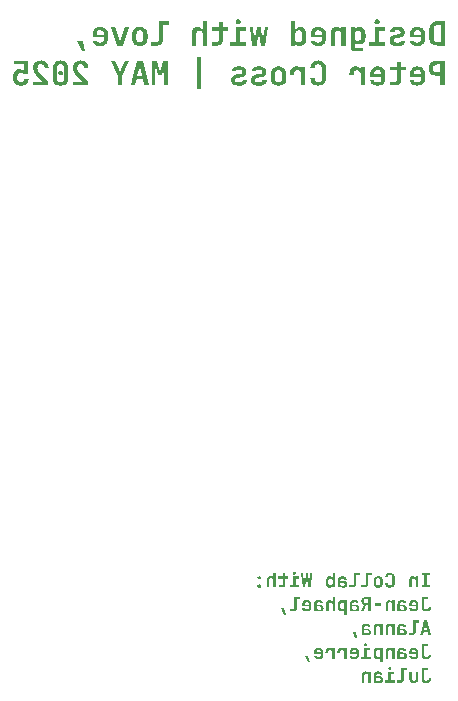
<source format=gbr>
%TF.GenerationSoftware,KiCad,Pcbnew,8.0.5*%
%TF.CreationDate,2025-05-15T20:07:03-04:00*%
%TF.ProjectId,RTLS_VIC,52544c53-5f56-4494-932e-6b696361645f,rev?*%
%TF.SameCoordinates,Original*%
%TF.FileFunction,Legend,Bot*%
%TF.FilePolarity,Positive*%
%FSLAX46Y46*%
G04 Gerber Fmt 4.6, Leading zero omitted, Abs format (unit mm)*
G04 Created by KiCad (PCBNEW 8.0.5) date 2025-05-15 20:07:03*
%MOMM*%
%LPD*%
G01*
G04 APERTURE LIST*
G04 Aperture macros list*
%AMHorizOval*
0 Thick line with rounded ends*
0 $1 width*
0 $2 $3 position (X,Y) of the first rounded end (center of the circle)*
0 $4 $5 position (X,Y) of the second rounded end (center of the circle)*
0 Add line between two ends*
20,1,$1,$2,$3,$4,$5,0*
0 Add two circle primitives to create the rounded ends*
1,1,$1,$2,$3*
1,1,$1,$4,$5*%
%AMRotRect*
0 Rectangle, with rotation*
0 The origin of the aperture is its center*
0 $1 length*
0 $2 width*
0 $3 Rotation angle, in degrees counterclockwise*
0 Add horizontal line*
21,1,$1,$2,0,0,$3*%
G04 Aperture macros list end*
%ADD10C,0.400000*%
%ADD11C,0.240000*%
%ADD12RotRect,1.700000X1.700000X45.000000*%
%ADD13HorizOval,1.700000X0.000000X0.000000X0.000000X0.000000X0*%
%ADD14R,1.700000X1.700000*%
%ADD15O,1.700000X1.700000*%
%ADD16RotRect,1.700000X1.700000X315.000000*%
%ADD17HorizOval,1.700000X0.000000X0.000000X0.000000X0.000000X0*%
%ADD18C,0.990600*%
G04 APERTURE END LIST*
D10*
G36*
X173522974Y-64875000D02*
G01*
X172912367Y-64875000D01*
X172848673Y-64873032D01*
X172740755Y-64859572D01*
X172641494Y-64833361D01*
X172550887Y-64794399D01*
X172531983Y-64784071D01*
X172445535Y-64724813D01*
X172372538Y-64652866D01*
X172312995Y-64568230D01*
X172293188Y-64531067D01*
X172255225Y-64431414D01*
X172235171Y-64333488D01*
X172228487Y-64227756D01*
X172228487Y-63455949D01*
X172228557Y-63452529D01*
X172580196Y-63452529D01*
X172580196Y-64231175D01*
X172584521Y-64295433D01*
X172612055Y-64391340D01*
X172670566Y-64474930D01*
X172712858Y-64509952D01*
X172807151Y-64552172D01*
X172912367Y-64564811D01*
X173171264Y-64564811D01*
X173171264Y-63121824D01*
X172912367Y-63121824D01*
X172848871Y-63126125D01*
X172753833Y-63153511D01*
X172670566Y-63211706D01*
X172635354Y-63253951D01*
X172592905Y-63347909D01*
X172580196Y-63452529D01*
X172228557Y-63452529D01*
X172229229Y-63419850D01*
X172240371Y-63316913D01*
X172268430Y-63211965D01*
X172312995Y-63116939D01*
X172323827Y-63099175D01*
X172386061Y-63017792D01*
X172461748Y-62948813D01*
X172550887Y-62892236D01*
X172610330Y-62864845D01*
X172706706Y-62834383D01*
X172811739Y-62816673D01*
X172912367Y-62811636D01*
X173522974Y-62811636D01*
X173522974Y-64875000D01*
G37*
G36*
X171256957Y-63281788D02*
G01*
X171360173Y-63293320D01*
X171455429Y-63317062D01*
X171551934Y-63357763D01*
X171560999Y-63362617D01*
X171644614Y-63417819D01*
X171721824Y-63492537D01*
X171778591Y-63573185D01*
X171792908Y-63599518D01*
X171830460Y-63693246D01*
X171852366Y-63796133D01*
X171858703Y-63896563D01*
X171858703Y-64290282D01*
X171857999Y-64324587D01*
X171847437Y-64422608D01*
X171820838Y-64522910D01*
X171778591Y-64614148D01*
X171768261Y-64631190D01*
X171708936Y-64709243D01*
X171636827Y-64775369D01*
X171551934Y-64829570D01*
X171514511Y-64847545D01*
X171414076Y-64881997D01*
X171315282Y-64900196D01*
X171208528Y-64906263D01*
X171177863Y-64905793D01*
X171075130Y-64896757D01*
X170979551Y-64876221D01*
X170879075Y-64838668D01*
X170787942Y-64786095D01*
X170727784Y-64738033D01*
X170655128Y-64655377D01*
X170603569Y-64560048D01*
X170575451Y-64464672D01*
X170921787Y-64464672D01*
X170935412Y-64502224D01*
X171005071Y-64579676D01*
X171097184Y-64614881D01*
X171205598Y-64624895D01*
X171295662Y-64616881D01*
X171396107Y-64578733D01*
X171466632Y-64509170D01*
X171507237Y-64408190D01*
X171518228Y-64296632D01*
X171518228Y-64187212D01*
X170564216Y-64187212D01*
X170564216Y-63906821D01*
X170904690Y-63906821D01*
X170904690Y-63968370D01*
X171518228Y-63968370D01*
X171518228Y-63907309D01*
X171514535Y-63838484D01*
X171491019Y-63737356D01*
X171441048Y-63651831D01*
X171397389Y-63612508D01*
X171305868Y-63572571D01*
X171208528Y-63561950D01*
X171162914Y-63564132D01*
X171061731Y-63590234D01*
X170980894Y-63651343D01*
X170944057Y-63707495D01*
X170913695Y-63801479D01*
X170904690Y-63906821D01*
X170564216Y-63906821D01*
X170564216Y-63902424D01*
X170564924Y-63867762D01*
X170575550Y-63768770D01*
X170602312Y-63667572D01*
X170644816Y-63575628D01*
X170655084Y-63558407D01*
X170714036Y-63479571D01*
X170785677Y-63412853D01*
X170870008Y-63358251D01*
X170906927Y-63340048D01*
X171005969Y-63305157D01*
X171103346Y-63286726D01*
X171208528Y-63280582D01*
X171256957Y-63281788D01*
G37*
G36*
X169592129Y-64906263D02*
G01*
X169698852Y-64900872D01*
X169797370Y-64884701D01*
X169896262Y-64854460D01*
X169904760Y-64851064D01*
X169997427Y-64802772D01*
X170078747Y-64735728D01*
X170114321Y-64693283D01*
X170162394Y-64603889D01*
X170185960Y-64502401D01*
X170188570Y-64451482D01*
X169833930Y-64451482D01*
X169802760Y-64548538D01*
X169767984Y-64580443D01*
X169673142Y-64617558D01*
X169589198Y-64624895D01*
X169468542Y-64624895D01*
X169365707Y-64615545D01*
X169271683Y-64576046D01*
X169214391Y-64495944D01*
X169206714Y-64441224D01*
X169234940Y-64343392D01*
X169319617Y-64275574D01*
X169416658Y-64245105D01*
X169445584Y-64239968D01*
X169662471Y-64211147D01*
X169776502Y-64188036D01*
X169875329Y-64154605D01*
X169977482Y-64098305D01*
X170055878Y-64025882D01*
X170110518Y-63937334D01*
X170141401Y-63832663D01*
X170149003Y-63737316D01*
X170139783Y-63631956D01*
X170107368Y-63529556D01*
X170051615Y-63444234D01*
X170001480Y-63396842D01*
X169907911Y-63340642D01*
X169806963Y-63306128D01*
X169704908Y-63287848D01*
X169607238Y-63281036D01*
X169572590Y-63280582D01*
X169465612Y-63280582D01*
X169355994Y-63286239D01*
X169256240Y-63303209D01*
X169154314Y-63336457D01*
X169065273Y-63384481D01*
X169045025Y-63398796D01*
X168968046Y-63470967D01*
X168916260Y-63555039D01*
X168889667Y-63651012D01*
X168885779Y-63709473D01*
X169240420Y-63709473D01*
X169279439Y-63616748D01*
X169299526Y-63601029D01*
X169393255Y-63567445D01*
X169468542Y-63561950D01*
X169575032Y-63561950D01*
X169676118Y-63572544D01*
X169767953Y-63621707D01*
X169805860Y-63721026D01*
X169806086Y-63731454D01*
X169777166Y-63825221D01*
X169690407Y-63886701D01*
X169600434Y-63909752D01*
X169381103Y-63943946D01*
X169272958Y-63964235D01*
X169177622Y-63992191D01*
X169084352Y-64033529D01*
X168999422Y-64092005D01*
X168991292Y-64099284D01*
X168923801Y-64181831D01*
X168884431Y-64271458D01*
X168865308Y-64375614D01*
X168863309Y-64426570D01*
X168872895Y-64533853D01*
X168901655Y-64628558D01*
X168956927Y-64720067D01*
X169016693Y-64780233D01*
X169102453Y-64835371D01*
X169206348Y-64874755D01*
X169312132Y-64896293D01*
X169413855Y-64905155D01*
X169468542Y-64906263D01*
X169592129Y-64906263D01*
G37*
G36*
X168484732Y-64875000D02*
G01*
X168484732Y-64564811D01*
X167955702Y-64564811D01*
X167955702Y-63622034D01*
X168428556Y-63622034D01*
X168428556Y-63311845D01*
X167603993Y-63311845D01*
X167603993Y-64564811D01*
X167128696Y-64564811D01*
X167128696Y-64875000D01*
X168484732Y-64875000D01*
G37*
G36*
X167803783Y-63061741D02*
G01*
X167904764Y-63046300D01*
X167972799Y-63007030D01*
X168025693Y-62923148D01*
X168034348Y-62858531D01*
X168012650Y-62761341D01*
X167972799Y-62710519D01*
X167883286Y-62664430D01*
X167803783Y-62655321D01*
X167702940Y-62670899D01*
X167635256Y-62710519D01*
X167581942Y-62793982D01*
X167573218Y-62858531D01*
X167595089Y-62955893D01*
X167635256Y-63007030D01*
X167724361Y-63052711D01*
X167803783Y-63061741D01*
G37*
G36*
X166317348Y-63280740D02*
G01*
X166414805Y-63290688D01*
X166514792Y-63321004D01*
X166602627Y-63371532D01*
X166678312Y-63442271D01*
X166710941Y-63484426D01*
X166763148Y-63579131D01*
X166794554Y-63673368D01*
X166812636Y-63778217D01*
X166817531Y-63876535D01*
X166817531Y-64179884D01*
X166816987Y-64213878D01*
X166806518Y-64325853D01*
X166782726Y-64426936D01*
X166739220Y-64529121D01*
X166678312Y-64617079D01*
X166669516Y-64627027D01*
X166592312Y-64695239D01*
X166502958Y-64743241D01*
X166401452Y-64771031D01*
X166302667Y-64778768D01*
X166212739Y-64771851D01*
X166116050Y-64744612D01*
X166027161Y-64691329D01*
X165973670Y-64636576D01*
X165923146Y-64547103D01*
X165897712Y-64448551D01*
X165891850Y-64448551D01*
X165897712Y-64733339D01*
X165897712Y-64846667D01*
X165901406Y-64897844D01*
X165942966Y-64995932D01*
X166030702Y-65051373D01*
X166134139Y-65065020D01*
X166592339Y-65065020D01*
X166592339Y-65375209D01*
X166128277Y-65375209D01*
X166094963Y-65374678D01*
X165985485Y-65364467D01*
X165887087Y-65341259D01*
X165788200Y-65298822D01*
X165703783Y-65239410D01*
X165694256Y-65230853D01*
X165628929Y-65155183D01*
X165582958Y-65066691D01*
X165556343Y-64965376D01*
X165548933Y-64866207D01*
X165548933Y-63894609D01*
X165900643Y-63894609D01*
X165900643Y-64164741D01*
X165901811Y-64199653D01*
X165921736Y-64299410D01*
X165975381Y-64388468D01*
X165994890Y-64407244D01*
X166084907Y-64455358D01*
X166184453Y-64468579D01*
X166209279Y-64467888D01*
X166310712Y-64446383D01*
X166393036Y-64389933D01*
X166417772Y-64357905D01*
X166455586Y-64264873D01*
X166465821Y-64164741D01*
X166465821Y-63894609D01*
X166464684Y-63859148D01*
X166445279Y-63758448D01*
X166393036Y-63669905D01*
X166373749Y-63651358D01*
X166284154Y-63603831D01*
X166184453Y-63590771D01*
X166159706Y-63591475D01*
X166058300Y-63613380D01*
X165975381Y-63670882D01*
X165949982Y-63703157D01*
X165911153Y-63795828D01*
X165900643Y-63894609D01*
X165548933Y-63894609D01*
X165548933Y-63311845D01*
X165900643Y-63311845D01*
X165891850Y-63613729D01*
X165897712Y-63613729D01*
X165914229Y-63539815D01*
X165958811Y-63444858D01*
X166027161Y-63368998D01*
X166107981Y-63318660D01*
X166203348Y-63289217D01*
X166302667Y-63280582D01*
X166317348Y-63280740D01*
G37*
G36*
X165124928Y-64875000D02*
G01*
X165124928Y-63311845D01*
X164782011Y-63311845D01*
X164782011Y-63628384D01*
X164776149Y-63628384D01*
X164752354Y-63533330D01*
X164707888Y-63444748D01*
X164644258Y-63372906D01*
X164554888Y-63316646D01*
X164456913Y-63287885D01*
X164365332Y-63280582D01*
X164257224Y-63290199D01*
X164160535Y-63319050D01*
X164075263Y-63367136D01*
X164001411Y-63434455D01*
X163941571Y-63517773D01*
X163898829Y-63614340D01*
X163875454Y-63709706D01*
X163865169Y-63815216D01*
X163864635Y-63847226D01*
X163864635Y-64875000D01*
X164216344Y-64875000D01*
X164216344Y-63886304D01*
X164226854Y-63788897D01*
X164265683Y-63698524D01*
X164291083Y-63667463D01*
X164372176Y-63612415D01*
X164468587Y-63591445D01*
X164491850Y-63590771D01*
X164589896Y-63603912D01*
X164679383Y-63651732D01*
X164698968Y-63670394D01*
X164752263Y-63759960D01*
X164772058Y-63861720D01*
X164773218Y-63897540D01*
X164773218Y-64875000D01*
X165124928Y-64875000D01*
G37*
G36*
X162864773Y-63281788D02*
G01*
X162967989Y-63293320D01*
X163063245Y-63317062D01*
X163159750Y-63357763D01*
X163168814Y-63362617D01*
X163252429Y-63417819D01*
X163329640Y-63492537D01*
X163386407Y-63573185D01*
X163400724Y-63599518D01*
X163438276Y-63693246D01*
X163460182Y-63796133D01*
X163466519Y-63896563D01*
X163466519Y-64290282D01*
X163465815Y-64324587D01*
X163455253Y-64422608D01*
X163428653Y-64522910D01*
X163386407Y-64614148D01*
X163376076Y-64631190D01*
X163316752Y-64709243D01*
X163244643Y-64775369D01*
X163159750Y-64829570D01*
X163122327Y-64847545D01*
X163021892Y-64881997D01*
X162923098Y-64900196D01*
X162816344Y-64906263D01*
X162785678Y-64905793D01*
X162682946Y-64896757D01*
X162587367Y-64876221D01*
X162486891Y-64838668D01*
X162395758Y-64786095D01*
X162335600Y-64738033D01*
X162262944Y-64655377D01*
X162211385Y-64560048D01*
X162183267Y-64464672D01*
X162529603Y-64464672D01*
X162543227Y-64502224D01*
X162612887Y-64579676D01*
X162705000Y-64614881D01*
X162813413Y-64624895D01*
X162903478Y-64616881D01*
X163003923Y-64578733D01*
X163074448Y-64509170D01*
X163115053Y-64408190D01*
X163126044Y-64296632D01*
X163126044Y-64187212D01*
X162172032Y-64187212D01*
X162172032Y-63906821D01*
X162512506Y-63906821D01*
X162512506Y-63968370D01*
X163126044Y-63968370D01*
X163126044Y-63907309D01*
X163122351Y-63838484D01*
X163098835Y-63737356D01*
X163048863Y-63651831D01*
X163005205Y-63612508D01*
X162913684Y-63572571D01*
X162816344Y-63561950D01*
X162770730Y-63564132D01*
X162669547Y-63590234D01*
X162588710Y-63651343D01*
X162551873Y-63707495D01*
X162521511Y-63801479D01*
X162512506Y-63906821D01*
X162172032Y-63906821D01*
X162172032Y-63902424D01*
X162172740Y-63867762D01*
X162183366Y-63768770D01*
X162210128Y-63667572D01*
X162252632Y-63575628D01*
X162262899Y-63558407D01*
X162321852Y-63479571D01*
X162393493Y-63412853D01*
X162477824Y-63358251D01*
X162514742Y-63340048D01*
X162613785Y-63305157D01*
X162711162Y-63286726D01*
X162816344Y-63280582D01*
X162864773Y-63281788D01*
G37*
G36*
X160865332Y-63250296D02*
G01*
X160853609Y-63605914D01*
X160859471Y-63605914D01*
X160888472Y-63524100D01*
X160938506Y-63439218D01*
X161011390Y-63365579D01*
X161077193Y-63324492D01*
X161177314Y-63290626D01*
X161281522Y-63280582D01*
X161390027Y-63290749D01*
X161487419Y-63321249D01*
X161573698Y-63372082D01*
X161648863Y-63443248D01*
X161681493Y-63485693D01*
X161733700Y-63581253D01*
X161765105Y-63676538D01*
X161783187Y-63782717D01*
X161788082Y-63882397D01*
X161788082Y-64307379D01*
X161787532Y-64341140D01*
X161776954Y-64452481D01*
X161752911Y-64553210D01*
X161708947Y-64655334D01*
X161647398Y-64743597D01*
X161571774Y-64814763D01*
X161485587Y-64865596D01*
X161388836Y-64896096D01*
X161281522Y-64906263D01*
X161194076Y-64899810D01*
X161098951Y-64874397D01*
X161009924Y-64824685D01*
X160954180Y-64773191D01*
X160896202Y-64687943D01*
X160859471Y-64593143D01*
X160856540Y-64593143D01*
X160856540Y-64875000D01*
X160513623Y-64875000D01*
X160513623Y-63905844D01*
X160865332Y-63905844D01*
X160865332Y-64281001D01*
X160867157Y-64326360D01*
X160888980Y-64428777D01*
X160940071Y-64514009D01*
X160959580Y-64533243D01*
X161049596Y-64582530D01*
X161149143Y-64596074D01*
X161173994Y-64595374D01*
X161276229Y-64573602D01*
X161360657Y-64516451D01*
X161386388Y-64484205D01*
X161425725Y-64390399D01*
X161436372Y-64289305D01*
X161436372Y-63897540D01*
X161435189Y-63861720D01*
X161415003Y-63759960D01*
X161360657Y-63670394D01*
X161340682Y-63651732D01*
X161249327Y-63603912D01*
X161149143Y-63590771D01*
X161124396Y-63591496D01*
X161022989Y-63614070D01*
X160940071Y-63673325D01*
X160914671Y-63706504D01*
X160875842Y-63802621D01*
X160865332Y-63905844D01*
X160513623Y-63905844D01*
X160513623Y-62811636D01*
X160865332Y-62811636D01*
X160865332Y-63250296D01*
G37*
G36*
X158335465Y-64875000D02*
G01*
X158571892Y-63311845D01*
X158290524Y-63311845D01*
X158161076Y-64272208D01*
X158149827Y-64370646D01*
X158143002Y-64454902D01*
X158135222Y-64556190D01*
X158129812Y-64620010D01*
X158116135Y-64620010D01*
X158106127Y-64520003D01*
X158099038Y-64456367D01*
X158087101Y-64355248D01*
X158076568Y-64272208D01*
X157927579Y-63311845D01*
X157634976Y-63311845D01*
X157491362Y-64272208D01*
X157478722Y-64371350D01*
X157468891Y-64456367D01*
X157458470Y-64553740D01*
X157451794Y-64622941D01*
X157438117Y-64622941D01*
X157429371Y-64520349D01*
X157423951Y-64456367D01*
X157413919Y-64355248D01*
X157403923Y-64272208D01*
X157269101Y-63311845D01*
X156996037Y-63311845D01*
X157238326Y-64875000D01*
X157601271Y-64875000D01*
X157736093Y-63925383D01*
X157749951Y-63825619D01*
X157760029Y-63750017D01*
X157771999Y-63652335D01*
X157778103Y-63591748D01*
X157789826Y-63591748D01*
X157802630Y-63693002D01*
X157809366Y-63750017D01*
X157821303Y-63847681D01*
X157831836Y-63925383D01*
X157972520Y-64875000D01*
X158335465Y-64875000D01*
G37*
G36*
X156735674Y-64875000D02*
G01*
X156735674Y-64564811D01*
X156206644Y-64564811D01*
X156206644Y-63622034D01*
X156679498Y-63622034D01*
X156679498Y-63311845D01*
X155854935Y-63311845D01*
X155854935Y-64564811D01*
X155379638Y-64564811D01*
X155379638Y-64875000D01*
X156735674Y-64875000D01*
G37*
G36*
X156054725Y-63061741D02*
G01*
X156155706Y-63046300D01*
X156223741Y-63007030D01*
X156276635Y-62923148D01*
X156285290Y-62858531D01*
X156263592Y-62761341D01*
X156223741Y-62710519D01*
X156134228Y-62664430D01*
X156054725Y-62655321D01*
X155953882Y-62670899D01*
X155886198Y-62710519D01*
X155832884Y-62793982D01*
X155824160Y-62858531D01*
X155846031Y-62955893D01*
X155886198Y-63007030D01*
X155975303Y-63052711D01*
X156054725Y-63061741D01*
G37*
G36*
X154258075Y-64875000D02*
G01*
X154360962Y-64867031D01*
X154463427Y-64839017D01*
X154551827Y-64790833D01*
X154602946Y-64747505D01*
X154664813Y-64668641D01*
X154706432Y-64575480D01*
X154727804Y-64468022D01*
X154730929Y-64402145D01*
X154730929Y-63622034D01*
X155150050Y-63622034D01*
X155150050Y-63311845D01*
X154730929Y-63311845D01*
X154730929Y-62874162D01*
X154376288Y-62874162D01*
X154376288Y-63311845D01*
X153782778Y-63311845D01*
X153782778Y-63622034D01*
X154376288Y-63622034D01*
X154376288Y-64404588D01*
X154351458Y-64501976D01*
X154338675Y-64519870D01*
X154249557Y-64564109D01*
X154233162Y-64564811D01*
X153811110Y-64564811D01*
X153811110Y-64875000D01*
X154258075Y-64875000D01*
G37*
G36*
X153375870Y-64875000D02*
G01*
X153375870Y-62811636D01*
X153024160Y-62811636D01*
X153024160Y-63327477D01*
X153032953Y-63628384D01*
X153027091Y-63628384D01*
X153003296Y-63533330D01*
X152958830Y-63444748D01*
X152895200Y-63372906D01*
X152805830Y-63316646D01*
X152707855Y-63287885D01*
X152616274Y-63280582D01*
X152508166Y-63290199D01*
X152411477Y-63319050D01*
X152326206Y-63367136D01*
X152252353Y-63434455D01*
X152192513Y-63517773D01*
X152149771Y-63614340D01*
X152126396Y-63709706D01*
X152116111Y-63815216D01*
X152115577Y-63847226D01*
X152115577Y-64875000D01*
X152467286Y-64875000D01*
X152467286Y-63886304D01*
X152477796Y-63788897D01*
X152516625Y-63698524D01*
X152542025Y-63667463D01*
X152623118Y-63612415D01*
X152719530Y-63591445D01*
X152742792Y-63590771D01*
X152840838Y-63603912D01*
X152930325Y-63651732D01*
X152949910Y-63670394D01*
X153003205Y-63759960D01*
X153023000Y-63861720D01*
X153024160Y-63897540D01*
X153024160Y-64875000D01*
X153375870Y-64875000D01*
G37*
G36*
X149141187Y-64875000D02*
G01*
X149250974Y-64866298D01*
X149349282Y-64840195D01*
X149446157Y-64790027D01*
X149511459Y-64735781D01*
X149578757Y-64650516D01*
X149624031Y-64551340D01*
X149645783Y-64451505D01*
X149650678Y-64369417D01*
X149650678Y-63121824D01*
X150159680Y-63121824D01*
X150159680Y-62811636D01*
X149298968Y-62811636D01*
X149298968Y-64371371D01*
X149279696Y-64467961D01*
X149249631Y-64512543D01*
X149160792Y-64560677D01*
X149116274Y-64564811D01*
X148662960Y-64564811D01*
X148662960Y-64875000D01*
X149141187Y-64875000D01*
G37*
G36*
X147803585Y-63284673D02*
G01*
X147903877Y-63300381D01*
X148009858Y-63333596D01*
X148103965Y-63382847D01*
X148186198Y-63448133D01*
X148236437Y-63503319D01*
X148292466Y-63590076D01*
X148331806Y-63687913D01*
X148354456Y-63796830D01*
X148360587Y-63899005D01*
X148360587Y-64287840D01*
X148357862Y-64356861D01*
X148339981Y-64468943D01*
X148305409Y-64569946D01*
X148254148Y-64659869D01*
X148186198Y-64738712D01*
X148116440Y-64795653D01*
X148024029Y-64847194D01*
X147919744Y-64882701D01*
X147820906Y-64900372D01*
X147713344Y-64906263D01*
X147623102Y-64902172D01*
X147522810Y-64886464D01*
X147416829Y-64853249D01*
X147322722Y-64803998D01*
X147240489Y-64738712D01*
X147190250Y-64683526D01*
X147134221Y-64596769D01*
X147094881Y-64498932D01*
X147072231Y-64390015D01*
X147066100Y-64287840D01*
X147066100Y-63898028D01*
X147417810Y-63898028D01*
X147417810Y-64288817D01*
X147419706Y-64333811D01*
X147442385Y-64434721D01*
X147495479Y-64517428D01*
X147521148Y-64540085D01*
X147609518Y-64583094D01*
X147713344Y-64596074D01*
X147747530Y-64594845D01*
X147845036Y-64573878D01*
X147931697Y-64517428D01*
X147957926Y-64485280D01*
X147998024Y-64391032D01*
X148008877Y-64288817D01*
X148008877Y-63898028D01*
X148006993Y-63853046D01*
X147984457Y-63752278D01*
X147931697Y-63669905D01*
X147905887Y-63647108D01*
X147817249Y-63603831D01*
X147713344Y-63590771D01*
X147679165Y-63592007D01*
X147581789Y-63613105D01*
X147495479Y-63669905D01*
X147469084Y-63701888D01*
X147428732Y-63795881D01*
X147417810Y-63898028D01*
X147066100Y-63898028D01*
X147066100Y-63896074D01*
X147068825Y-63827740D01*
X147086707Y-63716639D01*
X147121278Y-63616338D01*
X147172539Y-63526836D01*
X147240489Y-63448133D01*
X147310247Y-63391192D01*
X147402658Y-63339650D01*
X147506943Y-63304144D01*
X147605781Y-63286473D01*
X147713344Y-63280582D01*
X147803585Y-63284673D01*
G37*
G36*
X146257168Y-64875000D02*
G01*
X146789129Y-63311845D01*
X146423253Y-63311845D01*
X146111110Y-64263904D01*
X146081555Y-64362324D01*
X146061773Y-64441224D01*
X146039143Y-64540486D01*
X146029045Y-64586304D01*
X146006355Y-64489434D01*
X145995828Y-64441224D01*
X145971596Y-64341087D01*
X145950399Y-64266835D01*
X145643630Y-63311845D01*
X145280685Y-63311845D01*
X145809715Y-64875000D01*
X146257168Y-64875000D01*
G37*
G36*
X144401968Y-63281788D02*
G01*
X144505184Y-63293320D01*
X144600440Y-63317062D01*
X144696944Y-63357763D01*
X144706009Y-63362617D01*
X144789624Y-63417819D01*
X144866834Y-63492537D01*
X144923602Y-63573185D01*
X144937919Y-63599518D01*
X144975471Y-63693246D01*
X144997376Y-63796133D01*
X145003713Y-63896563D01*
X145003713Y-64290282D01*
X145003009Y-64324587D01*
X144992448Y-64422608D01*
X144965848Y-64522910D01*
X144923602Y-64614148D01*
X144913271Y-64631190D01*
X144853947Y-64709243D01*
X144781838Y-64775369D01*
X144696944Y-64829570D01*
X144659522Y-64847545D01*
X144559086Y-64881997D01*
X144460293Y-64900196D01*
X144353539Y-64906263D01*
X144322873Y-64905793D01*
X144220141Y-64896757D01*
X144124561Y-64876221D01*
X144024086Y-64838668D01*
X143932953Y-64786095D01*
X143872795Y-64738033D01*
X143800139Y-64655377D01*
X143748580Y-64560048D01*
X143720461Y-64464672D01*
X144066798Y-64464672D01*
X144080422Y-64502224D01*
X144150081Y-64579676D01*
X144242195Y-64614881D01*
X144350608Y-64624895D01*
X144440673Y-64616881D01*
X144541117Y-64578733D01*
X144611643Y-64509170D01*
X144652248Y-64408190D01*
X144663239Y-64296632D01*
X144663239Y-64187212D01*
X143709226Y-64187212D01*
X143709226Y-63906821D01*
X144049701Y-63906821D01*
X144049701Y-63968370D01*
X144663239Y-63968370D01*
X144663239Y-63907309D01*
X144659546Y-63838484D01*
X144636030Y-63737356D01*
X144586058Y-63651831D01*
X144542400Y-63612508D01*
X144450878Y-63572571D01*
X144353539Y-63561950D01*
X144307925Y-63564132D01*
X144206741Y-63590234D01*
X144125905Y-63651343D01*
X144089068Y-63707495D01*
X144058705Y-63801479D01*
X144049701Y-63906821D01*
X143709226Y-63906821D01*
X143709226Y-63902424D01*
X143709935Y-63867762D01*
X143720561Y-63768770D01*
X143747322Y-63667572D01*
X143789826Y-63575628D01*
X143800094Y-63558407D01*
X143859046Y-63479571D01*
X143930688Y-63412853D01*
X144015018Y-63358251D01*
X144051937Y-63340048D01*
X144150980Y-63305157D01*
X144248357Y-63286726D01*
X144353539Y-63280582D01*
X144401968Y-63281788D01*
G37*
G36*
X143100085Y-65343946D02*
G01*
X142874893Y-64468579D01*
X142424997Y-64468579D01*
X142790385Y-65343946D01*
X143100085Y-65343946D01*
G37*
G36*
X173517112Y-68235000D02*
G01*
X173165402Y-68235000D01*
X173165402Y-67422159D01*
X172833720Y-67422159D01*
X172770730Y-67420263D01*
X172663779Y-67407293D01*
X172565097Y-67382035D01*
X172474683Y-67344490D01*
X172455781Y-67334478D01*
X172369399Y-67277148D01*
X172296565Y-67207701D01*
X172237279Y-67126137D01*
X172222177Y-67099421D01*
X172182564Y-67004166D01*
X172159456Y-66899371D01*
X172152771Y-66796898D01*
X172509854Y-66796898D01*
X172512928Y-66847467D01*
X172540680Y-66944545D01*
X172597293Y-67024532D01*
X172638493Y-67058602D01*
X172730635Y-67099675D01*
X172833720Y-67111971D01*
X173165402Y-67111971D01*
X173165402Y-66481824D01*
X172833720Y-66481824D01*
X172780014Y-66484916D01*
X172678495Y-66512822D01*
X172597293Y-66569752D01*
X172563223Y-66610507D01*
X172522150Y-66699468D01*
X172509854Y-66796898D01*
X172152771Y-66796898D01*
X172153514Y-66761881D01*
X172164655Y-66661984D01*
X172192715Y-66560051D01*
X172237279Y-66467658D01*
X172248053Y-66450378D01*
X172310048Y-66371304D01*
X172385592Y-66304443D01*
X172474683Y-66249794D01*
X172534040Y-66223232D01*
X172629966Y-66193694D01*
X172734161Y-66176521D01*
X172833720Y-66171636D01*
X173517112Y-66171636D01*
X173517112Y-68235000D01*
G37*
G36*
X171256957Y-66641788D02*
G01*
X171360173Y-66653320D01*
X171455429Y-66677062D01*
X171551934Y-66717763D01*
X171560999Y-66722617D01*
X171644614Y-66777819D01*
X171721824Y-66852537D01*
X171778591Y-66933185D01*
X171792908Y-66959518D01*
X171830460Y-67053246D01*
X171852366Y-67156133D01*
X171858703Y-67256563D01*
X171858703Y-67650282D01*
X171857999Y-67684587D01*
X171847437Y-67782608D01*
X171820838Y-67882910D01*
X171778591Y-67974148D01*
X171768261Y-67991190D01*
X171708936Y-68069243D01*
X171636827Y-68135369D01*
X171551934Y-68189570D01*
X171514511Y-68207545D01*
X171414076Y-68241997D01*
X171315282Y-68260196D01*
X171208528Y-68266263D01*
X171177863Y-68265793D01*
X171075130Y-68256757D01*
X170979551Y-68236221D01*
X170879075Y-68198668D01*
X170787942Y-68146095D01*
X170727784Y-68098033D01*
X170655128Y-68015377D01*
X170603569Y-67920048D01*
X170575451Y-67824672D01*
X170921787Y-67824672D01*
X170935412Y-67862224D01*
X171005071Y-67939676D01*
X171097184Y-67974881D01*
X171205598Y-67984895D01*
X171295662Y-67976881D01*
X171396107Y-67938733D01*
X171466632Y-67869170D01*
X171507237Y-67768190D01*
X171518228Y-67656632D01*
X171518228Y-67547212D01*
X170564216Y-67547212D01*
X170564216Y-67266821D01*
X170904690Y-67266821D01*
X170904690Y-67328370D01*
X171518228Y-67328370D01*
X171518228Y-67267309D01*
X171514535Y-67198484D01*
X171491019Y-67097356D01*
X171441048Y-67011831D01*
X171397389Y-66972508D01*
X171305868Y-66932571D01*
X171208528Y-66921950D01*
X171162914Y-66924132D01*
X171061731Y-66950234D01*
X170980894Y-67011343D01*
X170944057Y-67067495D01*
X170913695Y-67161479D01*
X170904690Y-67266821D01*
X170564216Y-67266821D01*
X170564216Y-67262424D01*
X170564924Y-67227762D01*
X170575550Y-67128770D01*
X170602312Y-67027572D01*
X170644816Y-66935628D01*
X170655084Y-66918407D01*
X170714036Y-66839571D01*
X170785677Y-66772853D01*
X170870008Y-66718251D01*
X170906927Y-66700048D01*
X171005969Y-66665157D01*
X171103346Y-66646726D01*
X171208528Y-66640582D01*
X171256957Y-66641788D01*
G37*
G36*
X169364006Y-68235000D02*
G01*
X169466894Y-68227031D01*
X169569358Y-68199017D01*
X169657758Y-68150833D01*
X169708877Y-68107505D01*
X169770744Y-68028641D01*
X169812364Y-67935480D01*
X169833736Y-67828022D01*
X169836861Y-67762145D01*
X169836861Y-66982034D01*
X170255981Y-66982034D01*
X170255981Y-66671845D01*
X169836861Y-66671845D01*
X169836861Y-66234162D01*
X169482220Y-66234162D01*
X169482220Y-66671845D01*
X168888710Y-66671845D01*
X168888710Y-66982034D01*
X169482220Y-66982034D01*
X169482220Y-67764588D01*
X169457389Y-67861976D01*
X169444607Y-67879870D01*
X169355489Y-67924109D01*
X169339094Y-67924811D01*
X168917042Y-67924811D01*
X168917042Y-68235000D01*
X169364006Y-68235000D01*
G37*
G36*
X167900084Y-66641788D02*
G01*
X168003300Y-66653320D01*
X168098556Y-66677062D01*
X168195060Y-66717763D01*
X168204125Y-66722617D01*
X168287740Y-66777819D01*
X168364950Y-66852537D01*
X168421718Y-66933185D01*
X168436034Y-66959518D01*
X168473587Y-67053246D01*
X168495492Y-67156133D01*
X168501829Y-67256563D01*
X168501829Y-67650282D01*
X168501125Y-67684587D01*
X168490564Y-67782608D01*
X168463964Y-67882910D01*
X168421718Y-67974148D01*
X168411387Y-67991190D01*
X168352063Y-68069243D01*
X168279954Y-68135369D01*
X168195060Y-68189570D01*
X168157638Y-68207545D01*
X168057202Y-68241997D01*
X167958408Y-68260196D01*
X167851655Y-68266263D01*
X167820989Y-68265793D01*
X167718257Y-68256757D01*
X167622677Y-68236221D01*
X167522202Y-68198668D01*
X167431069Y-68146095D01*
X167370910Y-68098033D01*
X167298254Y-68015377D01*
X167246696Y-67920048D01*
X167218577Y-67824672D01*
X167564914Y-67824672D01*
X167578538Y-67862224D01*
X167648197Y-67939676D01*
X167740311Y-67974881D01*
X167848724Y-67984895D01*
X167938788Y-67976881D01*
X168039233Y-67938733D01*
X168109758Y-67869170D01*
X168150364Y-67768190D01*
X168161355Y-67656632D01*
X168161355Y-67547212D01*
X167207342Y-67547212D01*
X167207342Y-67266821D01*
X167547817Y-67266821D01*
X167547817Y-67328370D01*
X168161355Y-67328370D01*
X168161355Y-67267309D01*
X168157661Y-67198484D01*
X168134145Y-67097356D01*
X168084174Y-67011831D01*
X168040516Y-66972508D01*
X167948994Y-66932571D01*
X167851655Y-66921950D01*
X167806041Y-66924132D01*
X167704857Y-66950234D01*
X167624020Y-67011343D01*
X167587184Y-67067495D01*
X167556821Y-67161479D01*
X167547817Y-67266821D01*
X167207342Y-67266821D01*
X167207342Y-67262424D01*
X167208051Y-67227762D01*
X167218677Y-67128770D01*
X167245438Y-67027572D01*
X167287942Y-66935628D01*
X167298210Y-66918407D01*
X167357162Y-66839571D01*
X167428804Y-66772853D01*
X167513134Y-66718251D01*
X167550053Y-66700048D01*
X167649095Y-66665157D01*
X167746472Y-66646726D01*
X167851655Y-66640582D01*
X167900084Y-66641788D01*
G37*
G36*
X166758424Y-68235000D02*
G01*
X166758424Y-66671845D01*
X166415507Y-66671845D01*
X166415507Y-66976172D01*
X166406714Y-66976172D01*
X166380645Y-66875836D01*
X166327980Y-66784944D01*
X166271892Y-66729487D01*
X166187041Y-66678870D01*
X166087645Y-66649264D01*
X165984662Y-66640582D01*
X165884715Y-66648179D01*
X165781652Y-66675466D01*
X165690496Y-66722597D01*
X165611247Y-66789573D01*
X165602178Y-66799340D01*
X165539347Y-66885710D01*
X165494467Y-66986552D01*
X165469924Y-67086660D01*
X165459124Y-67197847D01*
X165458563Y-67231650D01*
X165458563Y-67360122D01*
X165827370Y-67360122D01*
X165827370Y-67258028D01*
X165837880Y-67158217D01*
X165876709Y-67064517D01*
X165902108Y-67031859D01*
X165986315Y-66973656D01*
X166082909Y-66952038D01*
X166117042Y-66950771D01*
X166215485Y-66962260D01*
X166304593Y-67004705D01*
X166372485Y-67091510D01*
X166402188Y-67200975D01*
X166406714Y-67277568D01*
X166406714Y-68235000D01*
X166758424Y-68235000D01*
G37*
G36*
X162808040Y-68266263D02*
G01*
X162916210Y-68260312D01*
X163015957Y-68242460D01*
X163116908Y-68208667D01*
X163154376Y-68191036D01*
X163239222Y-68137961D01*
X163317676Y-68065583D01*
X163380545Y-67978545D01*
X163422792Y-67887888D01*
X163449391Y-67787501D01*
X163459953Y-67688831D01*
X163460657Y-67654190D01*
X163460657Y-66752445D01*
X163454320Y-66651149D01*
X163432414Y-66547841D01*
X163394862Y-66454266D01*
X163380545Y-66428091D01*
X163324035Y-66348359D01*
X163246998Y-66274649D01*
X163163441Y-66220362D01*
X163154376Y-66215600D01*
X163057586Y-66175929D01*
X162961582Y-66152788D01*
X162857156Y-66141548D01*
X162808040Y-66140373D01*
X162701325Y-66146323D01*
X162602647Y-66164175D01*
X162502431Y-66197968D01*
X162465123Y-66215600D01*
X162379877Y-66268417D01*
X162300761Y-66340621D01*
X162242162Y-66419084D01*
X162237000Y-66427602D01*
X162193981Y-66518211D01*
X162166895Y-66618455D01*
X162156140Y-66716914D01*
X162155423Y-66751468D01*
X162509575Y-66751468D01*
X162520497Y-66652367D01*
X162560849Y-66560364D01*
X162587244Y-66528719D01*
X162674199Y-66472619D01*
X162773174Y-66451782D01*
X162808040Y-66450561D01*
X162906615Y-66461346D01*
X162998525Y-66501190D01*
X163030301Y-66527254D01*
X163086751Y-66614179D01*
X163107718Y-66713825D01*
X163108947Y-66749026D01*
X163108947Y-67655167D01*
X163097888Y-67754269D01*
X163057028Y-67846272D01*
X163030301Y-67877916D01*
X162942295Y-67934016D01*
X162842929Y-67954853D01*
X162808040Y-67956074D01*
X162709671Y-67945083D01*
X162618523Y-67904478D01*
X162587244Y-67877916D01*
X162531496Y-67789588D01*
X162510789Y-67689422D01*
X162509575Y-67654190D01*
X162155423Y-67654190D01*
X162161876Y-67755526D01*
X162184182Y-67858966D01*
X162222421Y-67952771D01*
X162237000Y-67979033D01*
X162294330Y-68058765D01*
X162372050Y-68132475D01*
X162456027Y-68186762D01*
X162465123Y-68191524D01*
X162561370Y-68230937D01*
X162656476Y-68253928D01*
X162759619Y-68265095D01*
X162808040Y-68266263D01*
G37*
G36*
X161723113Y-68235000D02*
G01*
X161723113Y-66671845D01*
X161380196Y-66671845D01*
X161380196Y-66976172D01*
X161371404Y-66976172D01*
X161345334Y-66875836D01*
X161292670Y-66784944D01*
X161236581Y-66729487D01*
X161151731Y-66678870D01*
X161052335Y-66649264D01*
X160949352Y-66640582D01*
X160849405Y-66648179D01*
X160746342Y-66675466D01*
X160655186Y-66722597D01*
X160575937Y-66789573D01*
X160566868Y-66799340D01*
X160504036Y-66885710D01*
X160459157Y-66986552D01*
X160434613Y-67086660D01*
X160423814Y-67197847D01*
X160423253Y-67231650D01*
X160423253Y-67360122D01*
X160792060Y-67360122D01*
X160792060Y-67258028D01*
X160802570Y-67158217D01*
X160841398Y-67064517D01*
X160866798Y-67031859D01*
X160951004Y-66973656D01*
X161047599Y-66952038D01*
X161081732Y-66950771D01*
X161180175Y-66962260D01*
X161269283Y-67004705D01*
X161337175Y-67091510D01*
X161366877Y-67200975D01*
X161371404Y-67277568D01*
X161371404Y-68235000D01*
X161723113Y-68235000D01*
G37*
G36*
X159552643Y-66644673D02*
G01*
X159652935Y-66660381D01*
X159758916Y-66693596D01*
X159853023Y-66742847D01*
X159935256Y-66808133D01*
X159985495Y-66863319D01*
X160041524Y-66950076D01*
X160080864Y-67047913D01*
X160103514Y-67156830D01*
X160109645Y-67259005D01*
X160109645Y-67647840D01*
X160106920Y-67716861D01*
X160089038Y-67828943D01*
X160054467Y-67929946D01*
X160003206Y-68019869D01*
X159935256Y-68098712D01*
X159865498Y-68155653D01*
X159773087Y-68207194D01*
X159668802Y-68242701D01*
X159569964Y-68260372D01*
X159462401Y-68266263D01*
X159372160Y-68262172D01*
X159271868Y-68246464D01*
X159165887Y-68213249D01*
X159071780Y-68163998D01*
X158989547Y-68098712D01*
X158939308Y-68043526D01*
X158883279Y-67956769D01*
X158843939Y-67858932D01*
X158821289Y-67750015D01*
X158815158Y-67647840D01*
X158815158Y-67258028D01*
X159166868Y-67258028D01*
X159166868Y-67648817D01*
X159168764Y-67693811D01*
X159191443Y-67794721D01*
X159244537Y-67877428D01*
X159270206Y-67900085D01*
X159358576Y-67943094D01*
X159462401Y-67956074D01*
X159496588Y-67954845D01*
X159594094Y-67933878D01*
X159680755Y-67877428D01*
X159706984Y-67845280D01*
X159747082Y-67751032D01*
X159757935Y-67648817D01*
X159757935Y-67258028D01*
X159756051Y-67213046D01*
X159733515Y-67112278D01*
X159680755Y-67029905D01*
X159654944Y-67007108D01*
X159566307Y-66963831D01*
X159462401Y-66950771D01*
X159428223Y-66952007D01*
X159330847Y-66973105D01*
X159244537Y-67029905D01*
X159218141Y-67061888D01*
X159177790Y-67155881D01*
X159166868Y-67258028D01*
X158815158Y-67258028D01*
X158815158Y-67256074D01*
X158817883Y-67187740D01*
X158835764Y-67076639D01*
X158870336Y-66976338D01*
X158921597Y-66886836D01*
X158989547Y-66808133D01*
X159059305Y-66751192D01*
X159151716Y-66699650D01*
X159256001Y-66664144D01*
X159354839Y-66646473D01*
X159462401Y-66640582D01*
X159552643Y-66644673D01*
G37*
G36*
X157843071Y-68266263D02*
G01*
X157949794Y-68260872D01*
X158048312Y-68244701D01*
X158147204Y-68214460D01*
X158155702Y-68211064D01*
X158248369Y-68162772D01*
X158329689Y-68095728D01*
X158365263Y-68053283D01*
X158413336Y-67963889D01*
X158436902Y-67862401D01*
X158439512Y-67811482D01*
X158084872Y-67811482D01*
X158053702Y-67908538D01*
X158018926Y-67940443D01*
X157924084Y-67977558D01*
X157840140Y-67984895D01*
X157719484Y-67984895D01*
X157616649Y-67975545D01*
X157522625Y-67936046D01*
X157465333Y-67855944D01*
X157457656Y-67801224D01*
X157485882Y-67703392D01*
X157570559Y-67635574D01*
X157667600Y-67605105D01*
X157696526Y-67599968D01*
X157913413Y-67571147D01*
X158027444Y-67548036D01*
X158126271Y-67514605D01*
X158228424Y-67458305D01*
X158306820Y-67385882D01*
X158361460Y-67297334D01*
X158392343Y-67192663D01*
X158399945Y-67097316D01*
X158390725Y-66991956D01*
X158358310Y-66889556D01*
X158302557Y-66804234D01*
X158252422Y-66756842D01*
X158158854Y-66700642D01*
X158057905Y-66666128D01*
X157955851Y-66647848D01*
X157858180Y-66641036D01*
X157823532Y-66640582D01*
X157716554Y-66640582D01*
X157606936Y-66646239D01*
X157507182Y-66663209D01*
X157405257Y-66696457D01*
X157316215Y-66744481D01*
X157295967Y-66758796D01*
X157218988Y-66830967D01*
X157167202Y-66915039D01*
X157140609Y-67011012D01*
X157136721Y-67069473D01*
X157491362Y-67069473D01*
X157530381Y-66976748D01*
X157550468Y-66961029D01*
X157644197Y-66927445D01*
X157719484Y-66921950D01*
X157825974Y-66921950D01*
X157927060Y-66932544D01*
X158018895Y-66981707D01*
X158056802Y-67081026D01*
X158057028Y-67091454D01*
X158028108Y-67185221D01*
X157941349Y-67246701D01*
X157851376Y-67269752D01*
X157632046Y-67303946D01*
X157523900Y-67324235D01*
X157428565Y-67352191D01*
X157335294Y-67393529D01*
X157250364Y-67452005D01*
X157242234Y-67459284D01*
X157174743Y-67541831D01*
X157135373Y-67631458D01*
X157116250Y-67735614D01*
X157114251Y-67786570D01*
X157123837Y-67893853D01*
X157152597Y-67988558D01*
X157207869Y-68080067D01*
X157267635Y-68140233D01*
X157353395Y-68195371D01*
X157457290Y-68234755D01*
X157563074Y-68256293D01*
X157664797Y-68265155D01*
X157719484Y-68266263D01*
X157843071Y-68266263D01*
G37*
G36*
X156164635Y-68266263D02*
G01*
X156271357Y-68260872D01*
X156369875Y-68244701D01*
X156468767Y-68214460D01*
X156477265Y-68211064D01*
X156569933Y-68162772D01*
X156651253Y-68095728D01*
X156686826Y-68053283D01*
X156734900Y-67963889D01*
X156758465Y-67862401D01*
X156761076Y-67811482D01*
X156406435Y-67811482D01*
X156375265Y-67908538D01*
X156340489Y-67940443D01*
X156245647Y-67977558D01*
X156161704Y-67984895D01*
X156041048Y-67984895D01*
X155938212Y-67975545D01*
X155844188Y-67936046D01*
X155786896Y-67855944D01*
X155779219Y-67801224D01*
X155807445Y-67703392D01*
X155892122Y-67635574D01*
X155989163Y-67605105D01*
X156018089Y-67599968D01*
X156234976Y-67571147D01*
X156349007Y-67548036D01*
X156447834Y-67514605D01*
X156549987Y-67458305D01*
X156628383Y-67385882D01*
X156683023Y-67297334D01*
X156713906Y-67192663D01*
X156721508Y-67097316D01*
X156712288Y-66991956D01*
X156679873Y-66889556D01*
X156624120Y-66804234D01*
X156573986Y-66756842D01*
X156480417Y-66700642D01*
X156379468Y-66666128D01*
X156277414Y-66647848D01*
X156179743Y-66641036D01*
X156145095Y-66640582D01*
X156038117Y-66640582D01*
X155928499Y-66646239D01*
X155828745Y-66663209D01*
X155726820Y-66696457D01*
X155637778Y-66744481D01*
X155617531Y-66758796D01*
X155540551Y-66830967D01*
X155488765Y-66915039D01*
X155462172Y-67011012D01*
X155458284Y-67069473D01*
X155812925Y-67069473D01*
X155851945Y-66976748D01*
X155872032Y-66961029D01*
X155965760Y-66927445D01*
X156041048Y-66921950D01*
X156147538Y-66921950D01*
X156248624Y-66932544D01*
X156340458Y-66981707D01*
X156378366Y-67081026D01*
X156378591Y-67091454D01*
X156349671Y-67185221D01*
X156262912Y-67246701D01*
X156172939Y-67269752D01*
X155953609Y-67303946D01*
X155845464Y-67324235D01*
X155750128Y-67352191D01*
X155656857Y-67393529D01*
X155571927Y-67452005D01*
X155563797Y-67459284D01*
X155496306Y-67541831D01*
X155456936Y-67631458D01*
X155437814Y-67735614D01*
X155435814Y-67786570D01*
X155445400Y-67893853D01*
X155474160Y-67988558D01*
X155529432Y-68080067D01*
X155589198Y-68140233D01*
X155674958Y-68195371D01*
X155778853Y-68234755D01*
X155884637Y-68256293D01*
X155986361Y-68265155D01*
X156041048Y-68266263D01*
X156164635Y-68266263D01*
G37*
G36*
X152925974Y-68547630D02*
G01*
X152925974Y-65859005D01*
X152571334Y-65859005D01*
X152571334Y-68547630D01*
X152925974Y-68547630D01*
G37*
G36*
X150078103Y-68235000D02*
G01*
X150078103Y-66171636D01*
X149661913Y-66171636D01*
X149465053Y-66828649D01*
X149437087Y-66922927D01*
X149415716Y-67008412D01*
X149395475Y-67106231D01*
X149391780Y-67128579D01*
X149373195Y-67032598D01*
X149367845Y-67008412D01*
X149343338Y-66911623D01*
X149318508Y-66828649D01*
X149124579Y-66171636D01*
X148705458Y-66171636D01*
X148705458Y-68235000D01*
X149034209Y-68235000D01*
X149034209Y-67370868D01*
X149033419Y-67265699D01*
X149031049Y-67163415D01*
X149027099Y-67064015D01*
X149020494Y-66951696D01*
X149011739Y-66843304D01*
X149001651Y-66737830D01*
X148991048Y-66634694D01*
X148979932Y-66533895D01*
X148968301Y-66435433D01*
X148961424Y-66380219D01*
X149239861Y-67347421D01*
X149546630Y-67347421D01*
X149827998Y-66399759D01*
X149814046Y-66500601D01*
X149800521Y-66606266D01*
X149787423Y-66716755D01*
X149776314Y-66817391D01*
X149774753Y-66832069D01*
X149764856Y-66938160D01*
X149757389Y-67050843D01*
X149752924Y-67152675D01*
X149750245Y-67259350D01*
X149749352Y-67370868D01*
X149749352Y-68235000D01*
X150078103Y-68235000D01*
G37*
G36*
X148458773Y-68235000D02*
G01*
X148098759Y-68235000D01*
X147986407Y-67734790D01*
X147440280Y-67734790D01*
X147327928Y-68235000D01*
X146967914Y-68235000D01*
X147164974Y-67453422D01*
X147505249Y-67453422D01*
X147921438Y-67453422D01*
X147797852Y-66900945D01*
X147788297Y-66859538D01*
X147765463Y-66757239D01*
X147744118Y-66655725D01*
X147731458Y-66592337D01*
X147713344Y-66494525D01*
X147702446Y-66555004D01*
X147682569Y-66655725D01*
X147672317Y-66705500D01*
X147651046Y-66804637D01*
X147628836Y-66903876D01*
X147505249Y-67453422D01*
X147164974Y-67453422D01*
X147488152Y-66171636D01*
X147941466Y-66171636D01*
X148458773Y-68235000D01*
G37*
G36*
X146212227Y-68235000D02*
G01*
X146212227Y-67492501D01*
X146814530Y-66171636D01*
X146445723Y-66171636D01*
X146124788Y-66893618D01*
X146087282Y-66989016D01*
X146063239Y-67062145D01*
X146036162Y-67158110D01*
X146029045Y-67190129D01*
X146002726Y-67091798D01*
X145994362Y-67062145D01*
X145963416Y-66967950D01*
X145933790Y-66893618D01*
X145621159Y-66171636D01*
X145255284Y-66171636D01*
X145857586Y-67492501D01*
X145857586Y-68235000D01*
X146212227Y-68235000D01*
G37*
G36*
X143299875Y-68235000D02*
G01*
X143299875Y-67921880D01*
X142604760Y-67189152D01*
X142537735Y-67111962D01*
X142479495Y-67031706D01*
X142446002Y-66974218D01*
X142408486Y-66879693D01*
X142393785Y-66777447D01*
X142393734Y-66771008D01*
X142405206Y-66666846D01*
X142443525Y-66575244D01*
X142475311Y-66535069D01*
X142557537Y-66477300D01*
X142653313Y-66452624D01*
X142695130Y-66450561D01*
X142794025Y-66462857D01*
X142888046Y-66508285D01*
X142921299Y-66538000D01*
X142975066Y-66620089D01*
X143000368Y-66715470D01*
X143004341Y-66779801D01*
X143356051Y-66779801D01*
X143348104Y-66673159D01*
X143327561Y-66575249D01*
X143289961Y-66476703D01*
X143270566Y-66440303D01*
X143212368Y-66357661D01*
X143141575Y-66287422D01*
X143058189Y-66229586D01*
X143040001Y-66219508D01*
X142942151Y-66177776D01*
X142844950Y-66153433D01*
X142739094Y-66141609D01*
X142689268Y-66140373D01*
X142582650Y-66146177D01*
X142484448Y-66163591D01*
X142380513Y-66198580D01*
X142288033Y-66249370D01*
X142217879Y-66305481D01*
X142149358Y-66383419D01*
X142097666Y-66472764D01*
X142062804Y-66573517D01*
X142044772Y-66685676D01*
X142042025Y-66754888D01*
X142050134Y-66857699D01*
X142074463Y-66959747D01*
X142110227Y-67050937D01*
X142125067Y-67081196D01*
X142179661Y-67173722D01*
X142241424Y-67259535D01*
X142305685Y-67337377D01*
X142379482Y-67417789D01*
X142390803Y-67429487D01*
X142869519Y-67924811D01*
X142016623Y-67924811D01*
X142016623Y-68235000D01*
X143299875Y-68235000D01*
G37*
G36*
X141044466Y-67019719D02*
G01*
X141134907Y-67066053D01*
X141163552Y-67104627D01*
X141185221Y-67200387D01*
X141180307Y-67249894D01*
X141134907Y-67337651D01*
X141095997Y-67367966D01*
X140999596Y-67390896D01*
X140950118Y-67385697D01*
X140864774Y-67337651D01*
X140835850Y-67297409D01*
X140813972Y-67200387D01*
X140817990Y-67155792D01*
X140864774Y-67066053D01*
X140903405Y-67037408D01*
X140999596Y-67015739D01*
X141044466Y-67019719D01*
G37*
G36*
X141048712Y-66141571D02*
G01*
X141153139Y-66153030D01*
X141249142Y-66176622D01*
X141345933Y-66217065D01*
X141354997Y-66221889D01*
X141438554Y-66276901D01*
X141515592Y-66351630D01*
X141572101Y-66432487D01*
X141586418Y-66458924D01*
X141623971Y-66553187D01*
X141645876Y-66656894D01*
X141652213Y-66758307D01*
X141652213Y-67648328D01*
X141651509Y-67682987D01*
X141640947Y-67781914D01*
X141614348Y-67882950D01*
X141572101Y-67974637D01*
X141561830Y-67991736D01*
X141502744Y-68069960D01*
X141430778Y-68136068D01*
X141345933Y-68190059D01*
X141308464Y-68207919D01*
X141207514Y-68242151D01*
X141107767Y-68260235D01*
X140999596Y-68266263D01*
X140950488Y-68265072D01*
X140846134Y-68253686D01*
X140750281Y-68230244D01*
X140653748Y-68190059D01*
X140644654Y-68185205D01*
X140560848Y-68130002D01*
X140483648Y-68055284D01*
X140427091Y-67974637D01*
X140412774Y-67948112D01*
X140375222Y-67853621D01*
X140353316Y-67749780D01*
X140346979Y-67648328D01*
X140346979Y-66760750D01*
X140678661Y-66760750D01*
X140678661Y-67645886D01*
X140680796Y-67688619D01*
X140706327Y-67786776D01*
X140766100Y-67871566D01*
X140806993Y-67904495D01*
X140898067Y-67944190D01*
X140999596Y-67956074D01*
X141043949Y-67954011D01*
X141145758Y-67929335D01*
X141233581Y-67871566D01*
X141263130Y-67837884D01*
X141308304Y-67743797D01*
X141320531Y-67645886D01*
X141320531Y-66760750D01*
X141318432Y-66718017D01*
X141293329Y-66619860D01*
X141234558Y-66535069D01*
X141193929Y-66502141D01*
X141102476Y-66462445D01*
X140999596Y-66450561D01*
X140954576Y-66452624D01*
X140851923Y-66477300D01*
X140764635Y-66535069D01*
X140735417Y-66568752D01*
X140690751Y-66662839D01*
X140678661Y-66760750D01*
X140346979Y-66760750D01*
X140346979Y-66758307D01*
X140347683Y-66723653D01*
X140358245Y-66624790D01*
X140384845Y-66523916D01*
X140427091Y-66432487D01*
X140437364Y-66415331D01*
X140496517Y-66336935D01*
X140568645Y-66270846D01*
X140653748Y-66217065D01*
X140691102Y-66199090D01*
X140791833Y-66164639D01*
X140891464Y-66146439D01*
X140999596Y-66140373D01*
X141048712Y-66141571D01*
G37*
G36*
X139943002Y-68235000D02*
G01*
X139943002Y-67921880D01*
X139247886Y-67189152D01*
X139180861Y-67111962D01*
X139122621Y-67031706D01*
X139089129Y-66974218D01*
X139051612Y-66879693D01*
X139036912Y-66777447D01*
X139036861Y-66771008D01*
X139048332Y-66666846D01*
X139086651Y-66575244D01*
X139118438Y-66535069D01*
X139200664Y-66477300D01*
X139296439Y-66452624D01*
X139338256Y-66450561D01*
X139437152Y-66462857D01*
X139531172Y-66508285D01*
X139564425Y-66538000D01*
X139618192Y-66620089D01*
X139643494Y-66715470D01*
X139647468Y-66779801D01*
X139999177Y-66779801D01*
X139991230Y-66673159D01*
X139970687Y-66575249D01*
X139933087Y-66476703D01*
X139913692Y-66440303D01*
X139855494Y-66357661D01*
X139784702Y-66287422D01*
X139701316Y-66229586D01*
X139683127Y-66219508D01*
X139585277Y-66177776D01*
X139488076Y-66153433D01*
X139382220Y-66141609D01*
X139332394Y-66140373D01*
X139225777Y-66146177D01*
X139127574Y-66163591D01*
X139023640Y-66198580D01*
X138931159Y-66249370D01*
X138861006Y-66305481D01*
X138792484Y-66383419D01*
X138740793Y-66472764D01*
X138705931Y-66573517D01*
X138687899Y-66685676D01*
X138685151Y-66754888D01*
X138693261Y-66857699D01*
X138717589Y-66959747D01*
X138753353Y-67050937D01*
X138768193Y-67081196D01*
X138822787Y-67173722D01*
X138884550Y-67259535D01*
X138948811Y-67337377D01*
X139022609Y-67417789D01*
X139033930Y-67429487D01*
X139512646Y-67924811D01*
X138659750Y-67924811D01*
X138659750Y-68235000D01*
X139943002Y-68235000D01*
G37*
G36*
X137645653Y-68266263D02*
G01*
X137748298Y-68261231D01*
X137858023Y-68242641D01*
X137956949Y-68210354D01*
X138045075Y-68164369D01*
X138101411Y-68123136D01*
X138177492Y-68044887D01*
X138234279Y-67953754D01*
X138271770Y-67849737D01*
X138288747Y-67748153D01*
X138289966Y-67732836D01*
X137938256Y-67732836D01*
X137908397Y-67831222D01*
X137852283Y-67896967D01*
X137763256Y-67941297D01*
X137661917Y-67955843D01*
X137645653Y-67956074D01*
X137545705Y-67945358D01*
X137454276Y-67905768D01*
X137423392Y-67879870D01*
X137368695Y-67794261D01*
X137348379Y-67697146D01*
X137347189Y-67662983D01*
X137347189Y-67462704D01*
X137359523Y-67360621D01*
X137404410Y-67268279D01*
X137421927Y-67248258D01*
X137508065Y-67193561D01*
X137609460Y-67173245D01*
X137645653Y-67172055D01*
X137748865Y-67185555D01*
X137837053Y-67231590D01*
X137898689Y-67310296D01*
X138242094Y-67310296D01*
X138227928Y-66171636D01*
X137071683Y-66171636D01*
X137071683Y-66481824D01*
X137895758Y-66481824D01*
X137901620Y-67087547D01*
X137895758Y-67087547D01*
X137854413Y-66997773D01*
X137782586Y-66929037D01*
X137770706Y-66921461D01*
X137675737Y-66880723D01*
X137578559Y-66863961D01*
X137524509Y-66861866D01*
X137420204Y-66869346D01*
X137314050Y-66896213D01*
X137221818Y-66942619D01*
X137143507Y-67008565D01*
X137134697Y-67018182D01*
X137073789Y-67103941D01*
X137030284Y-67204905D01*
X137006491Y-67305721D01*
X136996023Y-67418177D01*
X136995479Y-67452445D01*
X136995479Y-67655655D01*
X137001575Y-67757860D01*
X137024099Y-67866419D01*
X137063218Y-67963478D01*
X137118934Y-68049036D01*
X137168891Y-68103108D01*
X137250810Y-68166681D01*
X137345258Y-68214640D01*
X137452234Y-68246984D01*
X137553900Y-68262279D01*
X137645653Y-68266263D01*
G37*
D11*
G36*
X172272178Y-110757000D02*
G01*
X172272178Y-110570886D01*
X172023930Y-110570886D01*
X172023930Y-109705094D01*
X172272178Y-109705094D01*
X172272178Y-109518981D01*
X171562897Y-109518981D01*
X171562897Y-109705094D01*
X171811145Y-109705094D01*
X171811145Y-110570886D01*
X171562897Y-110570886D01*
X171562897Y-110757000D01*
X172272178Y-110757000D01*
G37*
G36*
X171286805Y-110757000D02*
G01*
X171286805Y-109819107D01*
X171081055Y-109819107D01*
X171081055Y-110009030D01*
X171077538Y-110009030D01*
X171063261Y-109951998D01*
X171036581Y-109898849D01*
X170998403Y-109855743D01*
X170944781Y-109821988D01*
X170885996Y-109804731D01*
X170831048Y-109800349D01*
X170766183Y-109806119D01*
X170708169Y-109823430D01*
X170657006Y-109852281D01*
X170612695Y-109892673D01*
X170576791Y-109942663D01*
X170551145Y-110000604D01*
X170537120Y-110057823D01*
X170530950Y-110121130D01*
X170530629Y-110140335D01*
X170530629Y-110757000D01*
X170741655Y-110757000D01*
X170741655Y-110163782D01*
X170747961Y-110105338D01*
X170771258Y-110051114D01*
X170786498Y-110032478D01*
X170835154Y-109999449D01*
X170893001Y-109986867D01*
X170906958Y-109986462D01*
X170965786Y-109994347D01*
X171019478Y-110023039D01*
X171031229Y-110034236D01*
X171063206Y-110087976D01*
X171075083Y-110149032D01*
X171075779Y-110170524D01*
X171075779Y-110757000D01*
X171286805Y-110757000D01*
G37*
G36*
X168889610Y-110775757D02*
G01*
X168954512Y-110772187D01*
X169014361Y-110761476D01*
X169074931Y-110741200D01*
X169097412Y-110730621D01*
X169148319Y-110698776D01*
X169195392Y-110655350D01*
X169233113Y-110603127D01*
X169258461Y-110548733D01*
X169274421Y-110488500D01*
X169280758Y-110429299D01*
X169281180Y-110408514D01*
X169281180Y-109867467D01*
X169277378Y-109806689D01*
X169264235Y-109744705D01*
X169241703Y-109688559D01*
X169233113Y-109672854D01*
X169199207Y-109625015D01*
X169152985Y-109580789D01*
X169102850Y-109548217D01*
X169097412Y-109545360D01*
X169039337Y-109521557D01*
X168981736Y-109507673D01*
X168919080Y-109500929D01*
X168889610Y-109500224D01*
X168825581Y-109503794D01*
X168766374Y-109514505D01*
X168706245Y-109534781D01*
X168683860Y-109545360D01*
X168632712Y-109577050D01*
X168585243Y-109620373D01*
X168550083Y-109667450D01*
X168546986Y-109672561D01*
X168521175Y-109726926D01*
X168504923Y-109787073D01*
X168498470Y-109846148D01*
X168498040Y-109866881D01*
X168710531Y-109866881D01*
X168717085Y-109807420D01*
X168741296Y-109752218D01*
X168757133Y-109733231D01*
X168809305Y-109699571D01*
X168868691Y-109687069D01*
X168889610Y-109686337D01*
X168948755Y-109692807D01*
X169003901Y-109716714D01*
X169022967Y-109732352D01*
X169056837Y-109784507D01*
X169069417Y-109844295D01*
X169070154Y-109865415D01*
X169070154Y-110409100D01*
X169063519Y-110468561D01*
X169039003Y-110523763D01*
X169022967Y-110542750D01*
X168970163Y-110576409D01*
X168910543Y-110588912D01*
X168889610Y-110589644D01*
X168830589Y-110583050D01*
X168775900Y-110558687D01*
X168757133Y-110542750D01*
X168723683Y-110489753D01*
X168711259Y-110429653D01*
X168710531Y-110408514D01*
X168498040Y-110408514D01*
X168501912Y-110469315D01*
X168515295Y-110531380D01*
X168538239Y-110587662D01*
X168546986Y-110603420D01*
X168581384Y-110651259D01*
X168628016Y-110695485D01*
X168678403Y-110728057D01*
X168683860Y-110730914D01*
X168741608Y-110754562D01*
X168798672Y-110768357D01*
X168860557Y-110775057D01*
X168889610Y-110775757D01*
G37*
G36*
X167943434Y-109802803D02*
G01*
X168003609Y-109812228D01*
X168067198Y-109832158D01*
X168123662Y-109861708D01*
X168173002Y-109900879D01*
X168203145Y-109933991D01*
X168236763Y-109986045D01*
X168260367Y-110044748D01*
X168273957Y-110110098D01*
X168277635Y-110171403D01*
X168277635Y-110404704D01*
X168276000Y-110446117D01*
X168265271Y-110513366D01*
X168244528Y-110573967D01*
X168213772Y-110627921D01*
X168173002Y-110675227D01*
X168131147Y-110709392D01*
X168075700Y-110740316D01*
X168013129Y-110761620D01*
X167953826Y-110772223D01*
X167889289Y-110775757D01*
X167835144Y-110773303D01*
X167774969Y-110763878D01*
X167711380Y-110743949D01*
X167654916Y-110714398D01*
X167605577Y-110675227D01*
X167575433Y-110642115D01*
X167541815Y-110590061D01*
X167518212Y-110531359D01*
X167504622Y-110466009D01*
X167500943Y-110404704D01*
X167500943Y-110170817D01*
X167711969Y-110170817D01*
X167711969Y-110405290D01*
X167713107Y-110432286D01*
X167726714Y-110492833D01*
X167758570Y-110542457D01*
X167773972Y-110556051D01*
X167826994Y-110581856D01*
X167889289Y-110589644D01*
X167909801Y-110588907D01*
X167968304Y-110576327D01*
X168020301Y-110542457D01*
X168036039Y-110523168D01*
X168060097Y-110466619D01*
X168066609Y-110405290D01*
X168066609Y-110170817D01*
X168065479Y-110143827D01*
X168051957Y-110083367D01*
X168020301Y-110033943D01*
X168004815Y-110020264D01*
X167951633Y-109994298D01*
X167889289Y-109986462D01*
X167868782Y-109987204D01*
X167810356Y-109999863D01*
X167758570Y-110033943D01*
X167742733Y-110053132D01*
X167718522Y-110109529D01*
X167711969Y-110170817D01*
X167500943Y-110170817D01*
X167500943Y-110169644D01*
X167502578Y-110128644D01*
X167513307Y-110061983D01*
X167534050Y-110001803D01*
X167564806Y-109948101D01*
X167605577Y-109900879D01*
X167647431Y-109866715D01*
X167702878Y-109835790D01*
X167765449Y-109814486D01*
X167824752Y-109803883D01*
X167889289Y-109800349D01*
X167943434Y-109802803D01*
G37*
G36*
X166731871Y-110757000D02*
G01*
X166797743Y-110751779D01*
X166856728Y-110736117D01*
X166914853Y-110706016D01*
X166954034Y-110673468D01*
X166994413Y-110622309D01*
X167021577Y-110562804D01*
X167034629Y-110502903D01*
X167037565Y-110453650D01*
X167037565Y-109705094D01*
X167342967Y-109705094D01*
X167342967Y-109518981D01*
X166826540Y-109518981D01*
X166826540Y-110454822D01*
X166814976Y-110512776D01*
X166796937Y-110539526D01*
X166743634Y-110568406D01*
X166716923Y-110570886D01*
X166444935Y-110570886D01*
X166444935Y-110757000D01*
X166731871Y-110757000D01*
G37*
G36*
X165724809Y-110757000D02*
G01*
X165790681Y-110751779D01*
X165849666Y-110736117D01*
X165907791Y-110706016D01*
X165946972Y-110673468D01*
X165987351Y-110622309D01*
X166014515Y-110562804D01*
X166027567Y-110502903D01*
X166030503Y-110453650D01*
X166030503Y-109705094D01*
X166335905Y-109705094D01*
X166335905Y-109518981D01*
X165819478Y-109518981D01*
X165819478Y-110454822D01*
X165807914Y-110512776D01*
X165789875Y-110539526D01*
X165736572Y-110568406D01*
X165709861Y-110570886D01*
X165437872Y-110570886D01*
X165437872Y-110757000D01*
X165724809Y-110757000D01*
G37*
G36*
X164889795Y-109801073D02*
G01*
X164956134Y-109808392D01*
X165016724Y-109823593D01*
X165071563Y-109846676D01*
X165127196Y-109882708D01*
X165173009Y-109927276D01*
X165206697Y-109978622D01*
X165228257Y-110036746D01*
X165237691Y-110101647D01*
X165036923Y-110101647D01*
X165026055Y-110062503D01*
X164985632Y-110017823D01*
X164979705Y-110014025D01*
X164924952Y-109992465D01*
X164866344Y-109986462D01*
X164856590Y-109986612D01*
X164796002Y-109996061D01*
X164743246Y-110024857D01*
X164708942Y-110074420D01*
X164699282Y-110132715D01*
X164699282Y-110213022D01*
X164922032Y-110213022D01*
X164942845Y-110213314D01*
X165011128Y-110218934D01*
X165072314Y-110231706D01*
X165133552Y-110255062D01*
X165185521Y-110287760D01*
X165222294Y-110323247D01*
X165256302Y-110377446D01*
X165273998Y-110433720D01*
X165279896Y-110497614D01*
X165277878Y-110536590D01*
X165264076Y-110600075D01*
X165237198Y-110654983D01*
X165197244Y-110701312D01*
X165152108Y-110733882D01*
X165092222Y-110759400D01*
X165030892Y-110772195D01*
X164970978Y-110775757D01*
X164964055Y-110775714D01*
X164899014Y-110770493D01*
X164841586Y-110756571D01*
X164787210Y-110731207D01*
X164761848Y-110713227D01*
X164719906Y-110666281D01*
X164695765Y-110608402D01*
X164692541Y-110608402D01*
X164692541Y-110757000D01*
X164488256Y-110757000D01*
X164488256Y-110458339D01*
X164699282Y-110458339D01*
X164700166Y-110476845D01*
X164717180Y-110534187D01*
X164755849Y-110579972D01*
X164782167Y-110597788D01*
X164839380Y-110619265D01*
X164901808Y-110625695D01*
X164911389Y-110625547D01*
X164971271Y-110616242D01*
X165024321Y-110587886D01*
X165057733Y-110542457D01*
X165068870Y-110482373D01*
X165061129Y-110431627D01*
X165028424Y-110381549D01*
X164976847Y-110352506D01*
X164917049Y-110344327D01*
X164699282Y-110344327D01*
X164699282Y-110458339D01*
X164488256Y-110458339D01*
X164488256Y-110119819D01*
X164488354Y-110110593D01*
X164494484Y-110049477D01*
X164513169Y-109987048D01*
X164544310Y-109932533D01*
X164587907Y-109885932D01*
X164620816Y-109861277D01*
X164672826Y-109833780D01*
X164731765Y-109814474D01*
X164797631Y-109803358D01*
X164859603Y-109800349D01*
X164889795Y-109801073D01*
G37*
G36*
X164237370Y-110757000D02*
G01*
X164031620Y-110757000D01*
X164031620Y-110584076D01*
X164020079Y-110627215D01*
X163991366Y-110682238D01*
X163948968Y-110725639D01*
X163899440Y-110754173D01*
X163841531Y-110770863D01*
X163781613Y-110775757D01*
X163715045Y-110769712D01*
X163655437Y-110751577D01*
X163602790Y-110721352D01*
X163557105Y-110679037D01*
X163537321Y-110653776D01*
X163505667Y-110596770D01*
X163486626Y-110539797D01*
X163475662Y-110476204D01*
X163472695Y-110416427D01*
X163472695Y-110170524D01*
X163683720Y-110170524D01*
X163683720Y-110405583D01*
X163684837Y-110432249D01*
X163698187Y-110492270D01*
X163729443Y-110541870D01*
X163741359Y-110553067D01*
X163795996Y-110581760D01*
X163856058Y-110589644D01*
X163870909Y-110589219D01*
X163931833Y-110575996D01*
X163981794Y-110541284D01*
X163996934Y-110521689D01*
X164020079Y-110465470D01*
X164026344Y-110405583D01*
X164026344Y-110170524D01*
X164025648Y-110149366D01*
X164013771Y-110088954D01*
X163981794Y-110035115D01*
X163970020Y-110023712D01*
X163915834Y-109994492D01*
X163856058Y-109986462D01*
X163841150Y-109986882D01*
X163779889Y-109999945D01*
X163729443Y-110034236D01*
X163713904Y-110053584D01*
X163690150Y-110109867D01*
X163683720Y-110170524D01*
X163472695Y-110170524D01*
X163472695Y-110161438D01*
X163473024Y-110140968D01*
X163479372Y-110073527D01*
X163493797Y-110012621D01*
X163520175Y-109951016D01*
X163557105Y-109897949D01*
X163562435Y-109891944D01*
X163608991Y-109850769D01*
X163662507Y-109821794D01*
X163722985Y-109805019D01*
X163781613Y-109800349D01*
X163842544Y-109805673D01*
X163901369Y-109823827D01*
X163951606Y-109854864D01*
X163988179Y-109893058D01*
X164016840Y-109944591D01*
X164033378Y-110006099D01*
X164026344Y-109782177D01*
X164026344Y-109518981D01*
X164237370Y-109518981D01*
X164237370Y-110757000D01*
G37*
G36*
X162199799Y-110757000D02*
G01*
X162326414Y-109518981D01*
X162144111Y-109518981D01*
X162069666Y-110385066D01*
X162065527Y-110446056D01*
X162062339Y-110497907D01*
X162058797Y-110557777D01*
X162056184Y-110614264D01*
X162051444Y-110554078D01*
X162046219Y-110497907D01*
X162040221Y-110438809D01*
X162034202Y-110385066D01*
X161933085Y-109518981D01*
X161755765Y-109518981D01*
X161661096Y-110385066D01*
X161654250Y-110446056D01*
X161648494Y-110497907D01*
X161641543Y-110557777D01*
X161634132Y-110614264D01*
X161631690Y-110554078D01*
X161629150Y-110497907D01*
X161625530Y-110438809D01*
X161620650Y-110385066D01*
X161547963Y-109518981D01*
X161367419Y-109518981D01*
X161500775Y-110757000D01*
X161733783Y-110757000D01*
X161824935Y-109895897D01*
X161830911Y-109834248D01*
X161836072Y-109777195D01*
X161840988Y-109717144D01*
X161845158Y-109662010D01*
X161849857Y-109720815D01*
X161854537Y-109777195D01*
X161859839Y-109838019D01*
X161865381Y-109895897D01*
X161965032Y-110757000D01*
X162199799Y-110757000D01*
G37*
G36*
X161217942Y-110757000D02*
G01*
X161217942Y-110570886D01*
X160900524Y-110570886D01*
X160900524Y-110005220D01*
X161184237Y-110005220D01*
X161184237Y-109819107D01*
X160689498Y-109819107D01*
X160689498Y-110570886D01*
X160404321Y-110570886D01*
X160404321Y-110757000D01*
X161217942Y-110757000D01*
G37*
G36*
X160809373Y-109669044D02*
G01*
X160869961Y-109659780D01*
X160910782Y-109636218D01*
X160942519Y-109585889D01*
X160947712Y-109547118D01*
X160934693Y-109488804D01*
X160910782Y-109458311D01*
X160857075Y-109430658D01*
X160809373Y-109425192D01*
X160748867Y-109434539D01*
X160708256Y-109458311D01*
X160676268Y-109508389D01*
X160671034Y-109547118D01*
X160684156Y-109605535D01*
X160708256Y-109636218D01*
X160761719Y-109663627D01*
X160809373Y-109669044D01*
G37*
G36*
X159731383Y-110757000D02*
G01*
X159793115Y-110752218D01*
X159854594Y-110735410D01*
X159907634Y-110706500D01*
X159938305Y-110680503D01*
X159975425Y-110633184D01*
X160000397Y-110577288D01*
X160013220Y-110512813D01*
X160015095Y-110473287D01*
X160015095Y-110005220D01*
X160266568Y-110005220D01*
X160266568Y-109819107D01*
X160015095Y-109819107D01*
X160015095Y-109556497D01*
X159802311Y-109556497D01*
X159802311Y-109819107D01*
X159446205Y-109819107D01*
X159446205Y-110005220D01*
X159802311Y-110005220D01*
X159802311Y-110474752D01*
X159787412Y-110533185D01*
X159779743Y-110543922D01*
X159726272Y-110570465D01*
X159716435Y-110570886D01*
X159463204Y-110570886D01*
X159463204Y-110757000D01*
X159731383Y-110757000D01*
G37*
G36*
X159202060Y-110757000D02*
G01*
X159202060Y-109518981D01*
X158991034Y-109518981D01*
X158991034Y-109828486D01*
X158996309Y-110009030D01*
X158992792Y-110009030D01*
X158978515Y-109951998D01*
X158951836Y-109898849D01*
X158913658Y-109855743D01*
X158860036Y-109821988D01*
X158801251Y-109804731D01*
X158746302Y-109800349D01*
X158681438Y-109806119D01*
X158623424Y-109823430D01*
X158572261Y-109852281D01*
X158527949Y-109892673D01*
X158492046Y-109942663D01*
X158466400Y-110000604D01*
X158452375Y-110057823D01*
X158446204Y-110121130D01*
X158445884Y-110140335D01*
X158445884Y-110757000D01*
X158656909Y-110757000D01*
X158656909Y-110163782D01*
X158663216Y-110105338D01*
X158686513Y-110051114D01*
X158701752Y-110032478D01*
X158750409Y-109999449D01*
X158808255Y-109986867D01*
X158822213Y-109986462D01*
X158881040Y-109994347D01*
X158934733Y-110023039D01*
X158946484Y-110034236D01*
X158978461Y-110087976D01*
X158990338Y-110149032D01*
X158991034Y-110170524D01*
X158991034Y-110757000D01*
X159202060Y-110757000D01*
G37*
G36*
X157818668Y-110081717D02*
G01*
X157879045Y-110073087D01*
X157932681Y-110042443D01*
X157966298Y-109994116D01*
X157975765Y-109941033D01*
X157963605Y-109880571D01*
X157932681Y-109839037D01*
X157879045Y-109808850D01*
X157818668Y-109800349D01*
X157758291Y-109808850D01*
X157704655Y-109839037D01*
X157669818Y-109890207D01*
X157661571Y-109941033D01*
X157673731Y-110000454D01*
X157704655Y-110042443D01*
X157758291Y-110073087D01*
X157818668Y-110081717D01*
G37*
G36*
X157818668Y-110775757D02*
G01*
X157879045Y-110767321D01*
X157932681Y-110737362D01*
X157966298Y-110689225D01*
X157975765Y-110635073D01*
X157963605Y-110575735D01*
X157932681Y-110533957D01*
X157879045Y-110503084D01*
X157818668Y-110494390D01*
X157758291Y-110503084D01*
X157704655Y-110533957D01*
X157671038Y-110582055D01*
X157661571Y-110635073D01*
X157673731Y-110695618D01*
X157704655Y-110737362D01*
X157758291Y-110767321D01*
X157818668Y-110775757D01*
G37*
G36*
X171968242Y-112791757D02*
G01*
X172035723Y-112788099D01*
X172097702Y-112777126D01*
X172154178Y-112758836D01*
X172213112Y-112728252D01*
X172264558Y-112687710D01*
X172306927Y-112638541D01*
X172338890Y-112582331D01*
X172360446Y-112519081D01*
X172370640Y-112459263D01*
X172373295Y-112405463D01*
X172162269Y-112405463D01*
X172156208Y-112464399D01*
X172133418Y-112522351D01*
X172110978Y-112551715D01*
X172062536Y-112586632D01*
X172006228Y-112603064D01*
X171968242Y-112605644D01*
X171906391Y-112598225D01*
X171851106Y-112573444D01*
X171826386Y-112552888D01*
X171792418Y-112503303D01*
X171776433Y-112446027D01*
X171773923Y-112407515D01*
X171773923Y-111721094D01*
X172120064Y-111721094D01*
X172120064Y-111534981D01*
X171562897Y-111534981D01*
X171562897Y-112409566D01*
X171566730Y-112473245D01*
X171578229Y-112531730D01*
X171601334Y-112593400D01*
X171634874Y-112648001D01*
X171671927Y-112689175D01*
X171723272Y-112729146D01*
X171782162Y-112759300D01*
X171838646Y-112777332D01*
X171900672Y-112788151D01*
X171968242Y-112791757D01*
G37*
G36*
X170937774Y-111817073D02*
G01*
X170999704Y-111823992D01*
X171056857Y-111838237D01*
X171114760Y-111862658D01*
X171120199Y-111865570D01*
X171170368Y-111898691D01*
X171216694Y-111943522D01*
X171250755Y-111991911D01*
X171259345Y-112007710D01*
X171281876Y-112063947D01*
X171295019Y-112125680D01*
X171298822Y-112185937D01*
X171298822Y-112422169D01*
X171298399Y-112442752D01*
X171292062Y-112501565D01*
X171276102Y-112561746D01*
X171250755Y-112616489D01*
X171244556Y-112626714D01*
X171208962Y-112673545D01*
X171165696Y-112713221D01*
X171114760Y-112745742D01*
X171092307Y-112756527D01*
X171032045Y-112777198D01*
X170972769Y-112788117D01*
X170908717Y-112791757D01*
X170890317Y-112791476D01*
X170828678Y-112786054D01*
X170771330Y-112773732D01*
X170711045Y-112751201D01*
X170656365Y-112719657D01*
X170620270Y-112690819D01*
X170576677Y-112641226D01*
X170545741Y-112584029D01*
X170528870Y-112526803D01*
X170736672Y-112526803D01*
X170744847Y-112549334D01*
X170786642Y-112595805D01*
X170841910Y-112616928D01*
X170906958Y-112622937D01*
X170960997Y-112618128D01*
X171021264Y-112595240D01*
X171063579Y-112553502D01*
X171087942Y-112492914D01*
X171094537Y-112425979D01*
X171094537Y-112360327D01*
X170522129Y-112360327D01*
X170522129Y-112192092D01*
X170726414Y-112192092D01*
X170726414Y-112229022D01*
X171094537Y-112229022D01*
X171094537Y-112192385D01*
X171092321Y-112151090D01*
X171078211Y-112090413D01*
X171048228Y-112039099D01*
X171022033Y-112015505D01*
X170967120Y-111991542D01*
X170908717Y-111985170D01*
X170881348Y-111986479D01*
X170820638Y-112002140D01*
X170772136Y-112038806D01*
X170750034Y-112072497D01*
X170731817Y-112128887D01*
X170726414Y-112192092D01*
X170522129Y-112192092D01*
X170522129Y-112189454D01*
X170522554Y-112168657D01*
X170528930Y-112109262D01*
X170544987Y-112048543D01*
X170570489Y-111993376D01*
X170576650Y-111983044D01*
X170612021Y-111935743D01*
X170655006Y-111895712D01*
X170705605Y-111862951D01*
X170727756Y-111852028D01*
X170787181Y-111831094D01*
X170845607Y-111820035D01*
X170908717Y-111816349D01*
X170937774Y-111817073D01*
G37*
G36*
X169925105Y-111817073D02*
G01*
X169991445Y-111824392D01*
X170052034Y-111839593D01*
X170106874Y-111862676D01*
X170162506Y-111898708D01*
X170208320Y-111943276D01*
X170242007Y-111994622D01*
X170263568Y-112052746D01*
X170273002Y-112117647D01*
X170072234Y-112117647D01*
X170061365Y-112078503D01*
X170020943Y-112033823D01*
X170015016Y-112030025D01*
X169960263Y-112008465D01*
X169901655Y-112002462D01*
X169891900Y-112002612D01*
X169831313Y-112012061D01*
X169778556Y-112040857D01*
X169744253Y-112090420D01*
X169734593Y-112148715D01*
X169734593Y-112229022D01*
X169957342Y-112229022D01*
X169978155Y-112229314D01*
X170046438Y-112234934D01*
X170107625Y-112247706D01*
X170168863Y-112271062D01*
X170220831Y-112303760D01*
X170257605Y-112339247D01*
X170291613Y-112393446D01*
X170309308Y-112449720D01*
X170315207Y-112513614D01*
X170313189Y-112552590D01*
X170299387Y-112616075D01*
X170272509Y-112670983D01*
X170232555Y-112717312D01*
X170187419Y-112749882D01*
X170127532Y-112775400D01*
X170066203Y-112788195D01*
X170006288Y-112791757D01*
X169999366Y-112791714D01*
X169934324Y-112786493D01*
X169876897Y-112772571D01*
X169822520Y-112747207D01*
X169797159Y-112729227D01*
X169755217Y-112682281D01*
X169731076Y-112624402D01*
X169727852Y-112624402D01*
X169727852Y-112773000D01*
X169523567Y-112773000D01*
X169523567Y-112474339D01*
X169734593Y-112474339D01*
X169735477Y-112492845D01*
X169752491Y-112550187D01*
X169791159Y-112595972D01*
X169817478Y-112613788D01*
X169874690Y-112635265D01*
X169937119Y-112641695D01*
X169946699Y-112641547D01*
X170006581Y-112632242D01*
X170059631Y-112603886D01*
X170093043Y-112558457D01*
X170104181Y-112498373D01*
X170096439Y-112447627D01*
X170063734Y-112397549D01*
X170012157Y-112368506D01*
X169952360Y-112360327D01*
X169734593Y-112360327D01*
X169734593Y-112474339D01*
X169523567Y-112474339D01*
X169523567Y-112135819D01*
X169523664Y-112126593D01*
X169529795Y-112065477D01*
X169548480Y-112003048D01*
X169579621Y-111948533D01*
X169623218Y-111901932D01*
X169656126Y-111877277D01*
X169708137Y-111849780D01*
X169767075Y-111830474D01*
X169832942Y-111819358D01*
X169894914Y-111816349D01*
X169925105Y-111817073D01*
G37*
G36*
X169272681Y-112773000D02*
G01*
X169272681Y-111835107D01*
X169066930Y-111835107D01*
X169066930Y-112025030D01*
X169063413Y-112025030D01*
X169049137Y-111967998D01*
X169022457Y-111914849D01*
X168984279Y-111871743D01*
X168930657Y-111837988D01*
X168871872Y-111820731D01*
X168816923Y-111816349D01*
X168752059Y-111822119D01*
X168694045Y-111839430D01*
X168642882Y-111868281D01*
X168598570Y-111908673D01*
X168562667Y-111958663D01*
X168537021Y-112016604D01*
X168522996Y-112073823D01*
X168516825Y-112137130D01*
X168516505Y-112156335D01*
X168516505Y-112773000D01*
X168727531Y-112773000D01*
X168727531Y-112179782D01*
X168733837Y-112121338D01*
X168757134Y-112067114D01*
X168772374Y-112048478D01*
X168821030Y-112015449D01*
X168878876Y-112002867D01*
X168892834Y-112002462D01*
X168951661Y-112010347D01*
X169005354Y-112039039D01*
X169017105Y-112050236D01*
X169049082Y-112103976D01*
X169060959Y-112165032D01*
X169061655Y-112186524D01*
X169061655Y-112773000D01*
X169272681Y-112773000D01*
G37*
G36*
X168159519Y-112304053D02*
G01*
X168159519Y-112097717D01*
X167619059Y-112097717D01*
X167619059Y-112304053D01*
X168159519Y-112304053D01*
G37*
G36*
X167260315Y-112773000D02*
G01*
X167049289Y-112773000D01*
X167049289Y-112283830D01*
X166899226Y-112283830D01*
X166684683Y-112773000D01*
X166448452Y-112773000D01*
X166693183Y-112253642D01*
X166661537Y-112240066D01*
X166609875Y-112209066D01*
X166565030Y-112169628D01*
X166527000Y-112121750D01*
X166505983Y-112085807D01*
X166482611Y-112027756D01*
X166469023Y-111964745D01*
X166465572Y-111911018D01*
X166679701Y-111911018D01*
X166680939Y-111937396D01*
X166695744Y-111997406D01*
X166730406Y-112048184D01*
X166754340Y-112067485D01*
X166808762Y-112090751D01*
X166870503Y-112097717D01*
X167049289Y-112097717D01*
X167049289Y-111721094D01*
X166870503Y-111721094D01*
X166843920Y-111722347D01*
X166783177Y-111737323D01*
X166731285Y-111772385D01*
X166711185Y-111796550D01*
X166686955Y-111850581D01*
X166679701Y-111911018D01*
X166465572Y-111911018D01*
X166465158Y-111904570D01*
X166465604Y-111883732D01*
X166472288Y-111824405D01*
X166489124Y-111764086D01*
X166515863Y-111709664D01*
X166522355Y-111699475D01*
X166559455Y-111652827D01*
X166604284Y-111613334D01*
X166656840Y-111580997D01*
X166691856Y-111565359D01*
X166748747Y-111547968D01*
X166810878Y-111537857D01*
X166870503Y-111534981D01*
X167260315Y-111534981D01*
X167260315Y-112773000D01*
G37*
G36*
X165896857Y-111817073D02*
G01*
X165963196Y-111824392D01*
X166023786Y-111839593D01*
X166078625Y-111862676D01*
X166134258Y-111898708D01*
X166180072Y-111943276D01*
X166213759Y-111994622D01*
X166235319Y-112052746D01*
X166244753Y-112117647D01*
X166043986Y-112117647D01*
X166033117Y-112078503D01*
X165992695Y-112033823D01*
X165986767Y-112030025D01*
X165932014Y-112008465D01*
X165873406Y-112002462D01*
X165863652Y-112002612D01*
X165803064Y-112012061D01*
X165750308Y-112040857D01*
X165716004Y-112090420D01*
X165706344Y-112148715D01*
X165706344Y-112229022D01*
X165929094Y-112229022D01*
X165949907Y-112229314D01*
X166018190Y-112234934D01*
X166079376Y-112247706D01*
X166140614Y-112271062D01*
X166192583Y-112303760D01*
X166229356Y-112339247D01*
X166263364Y-112393446D01*
X166281060Y-112449720D01*
X166286958Y-112513614D01*
X166284940Y-112552590D01*
X166271138Y-112616075D01*
X166244260Y-112670983D01*
X166204307Y-112717312D01*
X166159170Y-112749882D01*
X166099284Y-112775400D01*
X166037954Y-112788195D01*
X165978040Y-112791757D01*
X165971117Y-112791714D01*
X165906076Y-112786493D01*
X165848648Y-112772571D01*
X165794272Y-112747207D01*
X165768910Y-112729227D01*
X165726968Y-112682281D01*
X165702827Y-112624402D01*
X165699603Y-112624402D01*
X165699603Y-112773000D01*
X165495318Y-112773000D01*
X165495318Y-112474339D01*
X165706344Y-112474339D01*
X165707228Y-112492845D01*
X165724242Y-112550187D01*
X165762911Y-112595972D01*
X165789230Y-112613788D01*
X165846442Y-112635265D01*
X165908870Y-112641695D01*
X165918451Y-112641547D01*
X165978333Y-112632242D01*
X166031383Y-112603886D01*
X166064795Y-112558457D01*
X166075933Y-112498373D01*
X166068191Y-112447627D01*
X166035486Y-112397549D01*
X165983909Y-112368506D01*
X165924111Y-112360327D01*
X165706344Y-112360327D01*
X165706344Y-112474339D01*
X165495318Y-112474339D01*
X165495318Y-112135819D01*
X165495416Y-112126593D01*
X165501547Y-112065477D01*
X165520231Y-112003048D01*
X165551372Y-111948533D01*
X165594969Y-111901932D01*
X165627878Y-111877277D01*
X165679888Y-111849780D01*
X165738827Y-111830474D01*
X165804694Y-111819358D01*
X165866665Y-111816349D01*
X165896857Y-111817073D01*
G37*
G36*
X164829818Y-111819536D02*
G01*
X164891724Y-111836270D01*
X164944893Y-111867347D01*
X164978339Y-111899372D01*
X165013126Y-111952458D01*
X165035165Y-112011548D01*
X165038682Y-112011548D01*
X165038682Y-111835107D01*
X165244432Y-111835107D01*
X165244432Y-113073125D01*
X165033406Y-113073125D01*
X165033406Y-112814032D01*
X165038682Y-112603886D01*
X165035165Y-112603886D01*
X165020034Y-112646201D01*
X164987858Y-112700194D01*
X164944307Y-112742811D01*
X164904940Y-112766472D01*
X164845383Y-112785974D01*
X164783692Y-112791757D01*
X164718590Y-112785657D01*
X164660154Y-112767357D01*
X164608387Y-112736858D01*
X164563288Y-112694158D01*
X164543710Y-112668691D01*
X164512386Y-112611355D01*
X164493543Y-112554184D01*
X164482693Y-112490477D01*
X164479757Y-112430669D01*
X164479757Y-112186524D01*
X164690782Y-112186524D01*
X164690782Y-112421583D01*
X164691483Y-112443075D01*
X164703438Y-112504131D01*
X164735625Y-112557870D01*
X164747335Y-112569067D01*
X164801444Y-112597760D01*
X164861362Y-112605644D01*
X164876220Y-112605212D01*
X164937385Y-112591748D01*
X164987977Y-112556405D01*
X165003416Y-112536398D01*
X165027018Y-112478575D01*
X165033406Y-112416600D01*
X165033406Y-112191506D01*
X165032297Y-112164298D01*
X165019032Y-112102933D01*
X164987977Y-112051995D01*
X164975997Y-112040385D01*
X164921283Y-112010637D01*
X164861362Y-112002462D01*
X164846461Y-112002882D01*
X164785441Y-112015945D01*
X164735625Y-112050236D01*
X164720386Y-112069584D01*
X164697089Y-112125867D01*
X164690782Y-112186524D01*
X164479757Y-112186524D01*
X164479757Y-112175679D01*
X164480083Y-112155423D01*
X164486364Y-112088618D01*
X164500639Y-112028181D01*
X164526743Y-111966907D01*
X164563288Y-111913949D01*
X164608387Y-111871249D01*
X164660154Y-111840749D01*
X164718590Y-111822449D01*
X164783692Y-111816349D01*
X164829818Y-111819536D01*
G37*
G36*
X164237370Y-112773000D02*
G01*
X164237370Y-111534981D01*
X164026344Y-111534981D01*
X164026344Y-111844486D01*
X164031620Y-112025030D01*
X164028103Y-112025030D01*
X164013826Y-111967998D01*
X163987146Y-111914849D01*
X163948968Y-111871743D01*
X163895346Y-111837988D01*
X163836562Y-111820731D01*
X163781613Y-111816349D01*
X163716748Y-111822119D01*
X163658734Y-111839430D01*
X163607572Y-111868281D01*
X163563260Y-111908673D01*
X163527356Y-111958663D01*
X163501711Y-112016604D01*
X163487686Y-112073823D01*
X163481515Y-112137130D01*
X163481194Y-112156335D01*
X163481194Y-112773000D01*
X163692220Y-112773000D01*
X163692220Y-112179782D01*
X163698526Y-112121338D01*
X163721823Y-112067114D01*
X163737063Y-112048478D01*
X163785719Y-112015449D01*
X163843566Y-112002867D01*
X163857524Y-112002462D01*
X163916351Y-112010347D01*
X163970043Y-112039039D01*
X163981794Y-112050236D01*
X164013771Y-112103976D01*
X164025648Y-112165032D01*
X164026344Y-112186524D01*
X164026344Y-112773000D01*
X164237370Y-112773000D01*
G37*
G36*
X162875670Y-111817073D02*
G01*
X162942010Y-111824392D01*
X163002600Y-111839593D01*
X163057439Y-111862676D01*
X163113071Y-111898708D01*
X163158885Y-111943276D01*
X163192572Y-111994622D01*
X163214133Y-112052746D01*
X163223567Y-112117647D01*
X163022799Y-112117647D01*
X163011931Y-112078503D01*
X162971508Y-112033823D01*
X162965581Y-112030025D01*
X162910828Y-112008465D01*
X162852220Y-112002462D01*
X162842466Y-112002612D01*
X162781878Y-112012061D01*
X162729122Y-112040857D01*
X162694818Y-112090420D01*
X162685158Y-112148715D01*
X162685158Y-112229022D01*
X162907907Y-112229022D01*
X162928720Y-112229314D01*
X162997003Y-112234934D01*
X163058190Y-112247706D01*
X163119428Y-112271062D01*
X163171397Y-112303760D01*
X163208170Y-112339247D01*
X163242178Y-112393446D01*
X163259874Y-112449720D01*
X163265772Y-112513614D01*
X163263754Y-112552590D01*
X163249952Y-112616075D01*
X163223074Y-112670983D01*
X163183120Y-112717312D01*
X163137984Y-112749882D01*
X163078097Y-112775400D01*
X163016768Y-112788195D01*
X162956854Y-112791757D01*
X162949931Y-112791714D01*
X162884890Y-112786493D01*
X162827462Y-112772571D01*
X162773085Y-112747207D01*
X162747724Y-112729227D01*
X162705782Y-112682281D01*
X162681641Y-112624402D01*
X162678417Y-112624402D01*
X162678417Y-112773000D01*
X162474132Y-112773000D01*
X162474132Y-112474339D01*
X162685158Y-112474339D01*
X162686042Y-112492845D01*
X162703056Y-112550187D01*
X162741725Y-112595972D01*
X162768043Y-112613788D01*
X162825256Y-112635265D01*
X162887684Y-112641695D01*
X162897265Y-112641547D01*
X162957147Y-112632242D01*
X163010196Y-112603886D01*
X163043609Y-112558457D01*
X163054746Y-112498373D01*
X163047004Y-112447627D01*
X163014300Y-112397549D01*
X162962722Y-112368506D01*
X162902925Y-112360327D01*
X162685158Y-112360327D01*
X162685158Y-112474339D01*
X162474132Y-112474339D01*
X162474132Y-112135819D01*
X162474229Y-112126593D01*
X162480360Y-112065477D01*
X162499045Y-112003048D01*
X162530186Y-111948533D01*
X162573783Y-111901932D01*
X162606692Y-111877277D01*
X162658702Y-111849780D01*
X162717640Y-111830474D01*
X162783507Y-111819358D01*
X162845479Y-111816349D01*
X162875670Y-111817073D01*
G37*
G36*
X161874215Y-111817073D02*
G01*
X161936145Y-111823992D01*
X161993298Y-111838237D01*
X162051201Y-111862658D01*
X162056640Y-111865570D01*
X162106809Y-111898691D01*
X162153135Y-111943522D01*
X162187196Y-111991911D01*
X162195786Y-112007710D01*
X162218317Y-112063947D01*
X162231460Y-112125680D01*
X162235263Y-112185937D01*
X162235263Y-112422169D01*
X162234840Y-112442752D01*
X162228503Y-112501565D01*
X162212543Y-112561746D01*
X162187196Y-112616489D01*
X162180997Y-112626714D01*
X162145403Y-112673545D01*
X162102137Y-112713221D01*
X162051201Y-112745742D01*
X162028748Y-112756527D01*
X161968486Y-112777198D01*
X161909210Y-112788117D01*
X161845158Y-112791757D01*
X161826758Y-112791476D01*
X161765119Y-112786054D01*
X161707771Y-112773732D01*
X161647486Y-112751201D01*
X161592806Y-112719657D01*
X161556711Y-112690819D01*
X161513118Y-112641226D01*
X161482183Y-112584029D01*
X161465311Y-112526803D01*
X161673113Y-112526803D01*
X161681288Y-112549334D01*
X161723083Y-112595805D01*
X161778351Y-112616928D01*
X161843399Y-112622937D01*
X161897438Y-112618128D01*
X161957705Y-112595240D01*
X162000020Y-112553502D01*
X162024383Y-112492914D01*
X162030978Y-112425979D01*
X162030978Y-112360327D01*
X161458570Y-112360327D01*
X161458570Y-112192092D01*
X161662855Y-112192092D01*
X161662855Y-112229022D01*
X162030978Y-112229022D01*
X162030978Y-112192385D01*
X162028762Y-112151090D01*
X162014652Y-112090413D01*
X161984669Y-112039099D01*
X161958474Y-112015505D01*
X161903562Y-111991542D01*
X161845158Y-111985170D01*
X161817789Y-111986479D01*
X161757079Y-112002140D01*
X161708577Y-112038806D01*
X161686475Y-112072497D01*
X161668258Y-112128887D01*
X161662855Y-112192092D01*
X161458570Y-112192092D01*
X161458570Y-112189454D01*
X161458995Y-112168657D01*
X161465371Y-112109262D01*
X161481428Y-112048543D01*
X161506930Y-111993376D01*
X161513091Y-111983044D01*
X161548462Y-111935743D01*
X161591447Y-111895712D01*
X161642046Y-111862951D01*
X161664197Y-111852028D01*
X161723622Y-111831094D01*
X161782049Y-111820035D01*
X161845158Y-111816349D01*
X161874215Y-111817073D01*
G37*
G36*
X160689498Y-112773000D02*
G01*
X160755371Y-112767779D01*
X160814355Y-112752117D01*
X160872480Y-112722016D01*
X160911662Y-112689468D01*
X160952041Y-112638309D01*
X160979204Y-112578804D01*
X160992256Y-112518903D01*
X160995193Y-112469650D01*
X160995193Y-111721094D01*
X161300594Y-111721094D01*
X161300594Y-111534981D01*
X160784167Y-111534981D01*
X160784167Y-112470822D01*
X160772604Y-112528776D01*
X160754565Y-112555526D01*
X160701261Y-112584406D01*
X160674551Y-112586886D01*
X160402562Y-112586886D01*
X160402562Y-112773000D01*
X160689498Y-112773000D01*
G37*
G36*
X160086023Y-113054367D02*
G01*
X159950908Y-112529147D01*
X159680971Y-112529147D01*
X159900203Y-113054367D01*
X160086023Y-113054367D01*
G37*
G36*
X172364795Y-114789000D02*
G01*
X172148787Y-114789000D01*
X172081376Y-114488874D01*
X171753699Y-114488874D01*
X171686288Y-114789000D01*
X171470280Y-114789000D01*
X171588516Y-114320053D01*
X171792681Y-114320053D01*
X172042394Y-114320053D01*
X171968242Y-113988567D01*
X171962509Y-113963723D01*
X171948809Y-113902343D01*
X171936002Y-113841435D01*
X171928406Y-113803402D01*
X171917538Y-113744715D01*
X171910999Y-113781002D01*
X171899073Y-113841435D01*
X171892922Y-113871300D01*
X171880159Y-113930782D01*
X171866833Y-113990325D01*
X171792681Y-114320053D01*
X171588516Y-114320053D01*
X171782422Y-113550981D01*
X172054411Y-113550981D01*
X172364795Y-114789000D01*
G37*
G36*
X170760120Y-114789000D02*
G01*
X170825992Y-114783779D01*
X170884976Y-114768117D01*
X170943101Y-114738016D01*
X170982283Y-114705468D01*
X171022662Y-114654309D01*
X171049826Y-114594804D01*
X171062877Y-114534903D01*
X171065814Y-114485650D01*
X171065814Y-113737094D01*
X171371215Y-113737094D01*
X171371215Y-113550981D01*
X170854788Y-113550981D01*
X170854788Y-114486822D01*
X170843225Y-114544776D01*
X170825186Y-114571526D01*
X170771882Y-114600406D01*
X170745172Y-114602886D01*
X170473183Y-114602886D01*
X170473183Y-114789000D01*
X170760120Y-114789000D01*
G37*
G36*
X169925105Y-113833073D02*
G01*
X169991445Y-113840392D01*
X170052034Y-113855593D01*
X170106874Y-113878676D01*
X170162506Y-113914708D01*
X170208320Y-113959276D01*
X170242007Y-114010622D01*
X170263568Y-114068746D01*
X170273002Y-114133647D01*
X170072234Y-114133647D01*
X170061365Y-114094503D01*
X170020943Y-114049823D01*
X170015016Y-114046025D01*
X169960263Y-114024465D01*
X169901655Y-114018462D01*
X169891900Y-114018612D01*
X169831313Y-114028061D01*
X169778556Y-114056857D01*
X169744253Y-114106420D01*
X169734593Y-114164715D01*
X169734593Y-114245022D01*
X169957342Y-114245022D01*
X169978155Y-114245314D01*
X170046438Y-114250934D01*
X170107625Y-114263706D01*
X170168863Y-114287062D01*
X170220831Y-114319760D01*
X170257605Y-114355247D01*
X170291613Y-114409446D01*
X170309308Y-114465720D01*
X170315207Y-114529614D01*
X170313189Y-114568590D01*
X170299387Y-114632075D01*
X170272509Y-114686983D01*
X170232555Y-114733312D01*
X170187419Y-114765882D01*
X170127532Y-114791400D01*
X170066203Y-114804195D01*
X170006288Y-114807757D01*
X169999366Y-114807714D01*
X169934324Y-114802493D01*
X169876897Y-114788571D01*
X169822520Y-114763207D01*
X169797159Y-114745227D01*
X169755217Y-114698281D01*
X169731076Y-114640402D01*
X169727852Y-114640402D01*
X169727852Y-114789000D01*
X169523567Y-114789000D01*
X169523567Y-114490339D01*
X169734593Y-114490339D01*
X169735477Y-114508845D01*
X169752491Y-114566187D01*
X169791159Y-114611972D01*
X169817478Y-114629788D01*
X169874690Y-114651265D01*
X169937119Y-114657695D01*
X169946699Y-114657547D01*
X170006581Y-114648242D01*
X170059631Y-114619886D01*
X170093043Y-114574457D01*
X170104181Y-114514373D01*
X170096439Y-114463627D01*
X170063734Y-114413549D01*
X170012157Y-114384506D01*
X169952360Y-114376327D01*
X169734593Y-114376327D01*
X169734593Y-114490339D01*
X169523567Y-114490339D01*
X169523567Y-114151819D01*
X169523664Y-114142593D01*
X169529795Y-114081477D01*
X169548480Y-114019048D01*
X169579621Y-113964533D01*
X169623218Y-113917932D01*
X169656126Y-113893277D01*
X169708137Y-113865780D01*
X169767075Y-113846474D01*
X169832942Y-113835358D01*
X169894914Y-113832349D01*
X169925105Y-113833073D01*
G37*
G36*
X169272681Y-114789000D02*
G01*
X169272681Y-113851107D01*
X169066930Y-113851107D01*
X169066930Y-114041030D01*
X169063413Y-114041030D01*
X169049137Y-113983998D01*
X169022457Y-113930849D01*
X168984279Y-113887743D01*
X168930657Y-113853988D01*
X168871872Y-113836731D01*
X168816923Y-113832349D01*
X168752059Y-113838119D01*
X168694045Y-113855430D01*
X168642882Y-113884281D01*
X168598570Y-113924673D01*
X168562667Y-113974663D01*
X168537021Y-114032604D01*
X168522996Y-114089823D01*
X168516825Y-114153130D01*
X168516505Y-114172335D01*
X168516505Y-114789000D01*
X168727531Y-114789000D01*
X168727531Y-114195782D01*
X168733837Y-114137338D01*
X168757134Y-114083114D01*
X168772374Y-114064478D01*
X168821030Y-114031449D01*
X168878876Y-114018867D01*
X168892834Y-114018462D01*
X168951661Y-114026347D01*
X169005354Y-114055039D01*
X169017105Y-114066236D01*
X169049082Y-114119976D01*
X169060959Y-114181032D01*
X169061655Y-114202524D01*
X169061655Y-114789000D01*
X169272681Y-114789000D01*
G37*
G36*
X168265618Y-114789000D02*
G01*
X168265618Y-113851107D01*
X168059868Y-113851107D01*
X168059868Y-114041030D01*
X168056351Y-114041030D01*
X168042074Y-113983998D01*
X168015395Y-113930849D01*
X167977217Y-113887743D01*
X167923595Y-113853988D01*
X167864810Y-113836731D01*
X167809861Y-113832349D01*
X167744997Y-113838119D01*
X167686983Y-113855430D01*
X167635820Y-113884281D01*
X167591508Y-113924673D01*
X167555605Y-113974663D01*
X167529959Y-114032604D01*
X167515934Y-114089823D01*
X167509763Y-114153130D01*
X167509443Y-114172335D01*
X167509443Y-114789000D01*
X167720468Y-114789000D01*
X167720468Y-114195782D01*
X167726774Y-114137338D01*
X167750072Y-114083114D01*
X167765311Y-114064478D01*
X167813968Y-114031449D01*
X167871814Y-114018867D01*
X167885772Y-114018462D01*
X167944599Y-114026347D01*
X167998292Y-114055039D01*
X168010043Y-114066236D01*
X168042019Y-114119976D01*
X168053897Y-114181032D01*
X168054593Y-114202524D01*
X168054593Y-114789000D01*
X168265618Y-114789000D01*
G37*
G36*
X166903919Y-113833073D02*
G01*
X166970259Y-113840392D01*
X167030848Y-113855593D01*
X167085687Y-113878676D01*
X167141320Y-113914708D01*
X167187134Y-113959276D01*
X167220821Y-114010622D01*
X167242381Y-114068746D01*
X167251815Y-114133647D01*
X167051048Y-114133647D01*
X167040179Y-114094503D01*
X166999757Y-114049823D01*
X166993830Y-114046025D01*
X166939076Y-114024465D01*
X166880468Y-114018462D01*
X166870714Y-114018612D01*
X166810127Y-114028061D01*
X166757370Y-114056857D01*
X166723066Y-114106420D01*
X166713406Y-114164715D01*
X166713406Y-114245022D01*
X166936156Y-114245022D01*
X166956969Y-114245314D01*
X167025252Y-114250934D01*
X167086438Y-114263706D01*
X167147676Y-114287062D01*
X167199645Y-114319760D01*
X167236418Y-114355247D01*
X167270427Y-114409446D01*
X167288122Y-114465720D01*
X167294020Y-114529614D01*
X167292003Y-114568590D01*
X167278200Y-114632075D01*
X167251322Y-114686983D01*
X167211369Y-114733312D01*
X167166233Y-114765882D01*
X167106346Y-114791400D01*
X167045016Y-114804195D01*
X166985102Y-114807757D01*
X166978179Y-114807714D01*
X166913138Y-114802493D01*
X166855711Y-114788571D01*
X166801334Y-114763207D01*
X166775972Y-114745227D01*
X166734030Y-114698281D01*
X166709889Y-114640402D01*
X166706665Y-114640402D01*
X166706665Y-114789000D01*
X166502381Y-114789000D01*
X166502381Y-114490339D01*
X166713406Y-114490339D01*
X166714290Y-114508845D01*
X166731304Y-114566187D01*
X166769973Y-114611972D01*
X166796292Y-114629788D01*
X166853504Y-114651265D01*
X166915933Y-114657695D01*
X166925513Y-114657547D01*
X166985395Y-114648242D01*
X167038445Y-114619886D01*
X167071857Y-114574457D01*
X167082995Y-114514373D01*
X167075253Y-114463627D01*
X167042548Y-114413549D01*
X166990971Y-114384506D01*
X166931173Y-114376327D01*
X166713406Y-114376327D01*
X166713406Y-114490339D01*
X166502381Y-114490339D01*
X166502381Y-114151819D01*
X166502478Y-114142593D01*
X166508609Y-114081477D01*
X166527293Y-114019048D01*
X166558434Y-113964533D01*
X166602032Y-113917932D01*
X166634940Y-113893277D01*
X166686950Y-113865780D01*
X166745889Y-113846474D01*
X166811756Y-113835358D01*
X166873727Y-113832349D01*
X166903919Y-113833073D01*
G37*
G36*
X166128396Y-115070367D02*
G01*
X165993281Y-114545147D01*
X165723344Y-114545147D01*
X165942576Y-115070367D01*
X166128396Y-115070367D01*
G37*
G36*
X171968242Y-116823757D02*
G01*
X172035723Y-116820099D01*
X172097702Y-116809126D01*
X172154178Y-116790836D01*
X172213112Y-116760252D01*
X172264558Y-116719710D01*
X172306927Y-116670541D01*
X172338890Y-116614331D01*
X172360446Y-116551081D01*
X172370640Y-116491263D01*
X172373295Y-116437463D01*
X172162269Y-116437463D01*
X172156208Y-116496399D01*
X172133418Y-116554351D01*
X172110978Y-116583715D01*
X172062536Y-116618632D01*
X172006228Y-116635064D01*
X171968242Y-116637644D01*
X171906391Y-116630225D01*
X171851106Y-116605444D01*
X171826386Y-116584888D01*
X171792418Y-116535303D01*
X171776433Y-116478027D01*
X171773923Y-116439515D01*
X171773923Y-115753094D01*
X172120064Y-115753094D01*
X172120064Y-115566981D01*
X171562897Y-115566981D01*
X171562897Y-116441566D01*
X171566730Y-116505245D01*
X171578229Y-116563730D01*
X171601334Y-116625400D01*
X171634874Y-116680001D01*
X171671927Y-116721175D01*
X171723272Y-116761146D01*
X171782162Y-116791300D01*
X171838646Y-116809332D01*
X171900672Y-116820151D01*
X171968242Y-116823757D01*
G37*
G36*
X170937774Y-115849073D02*
G01*
X170999704Y-115855992D01*
X171056857Y-115870237D01*
X171114760Y-115894658D01*
X171120199Y-115897570D01*
X171170368Y-115930691D01*
X171216694Y-115975522D01*
X171250755Y-116023911D01*
X171259345Y-116039710D01*
X171281876Y-116095947D01*
X171295019Y-116157680D01*
X171298822Y-116217937D01*
X171298822Y-116454169D01*
X171298399Y-116474752D01*
X171292062Y-116533565D01*
X171276102Y-116593746D01*
X171250755Y-116648489D01*
X171244556Y-116658714D01*
X171208962Y-116705545D01*
X171165696Y-116745221D01*
X171114760Y-116777742D01*
X171092307Y-116788527D01*
X171032045Y-116809198D01*
X170972769Y-116820117D01*
X170908717Y-116823757D01*
X170890317Y-116823476D01*
X170828678Y-116818054D01*
X170771330Y-116805732D01*
X170711045Y-116783201D01*
X170656365Y-116751657D01*
X170620270Y-116722819D01*
X170576677Y-116673226D01*
X170545741Y-116616029D01*
X170528870Y-116558803D01*
X170736672Y-116558803D01*
X170744847Y-116581334D01*
X170786642Y-116627805D01*
X170841910Y-116648928D01*
X170906958Y-116654937D01*
X170960997Y-116650128D01*
X171021264Y-116627240D01*
X171063579Y-116585502D01*
X171087942Y-116524914D01*
X171094537Y-116457979D01*
X171094537Y-116392327D01*
X170522129Y-116392327D01*
X170522129Y-116224092D01*
X170726414Y-116224092D01*
X170726414Y-116261022D01*
X171094537Y-116261022D01*
X171094537Y-116224385D01*
X171092321Y-116183090D01*
X171078211Y-116122413D01*
X171048228Y-116071099D01*
X171022033Y-116047505D01*
X170967120Y-116023542D01*
X170908717Y-116017170D01*
X170881348Y-116018479D01*
X170820638Y-116034140D01*
X170772136Y-116070806D01*
X170750034Y-116104497D01*
X170731817Y-116160887D01*
X170726414Y-116224092D01*
X170522129Y-116224092D01*
X170522129Y-116221454D01*
X170522554Y-116200657D01*
X170528930Y-116141262D01*
X170544987Y-116080543D01*
X170570489Y-116025376D01*
X170576650Y-116015044D01*
X170612021Y-115967743D01*
X170655006Y-115927712D01*
X170705605Y-115894951D01*
X170727756Y-115884028D01*
X170787181Y-115863094D01*
X170845607Y-115852035D01*
X170908717Y-115848349D01*
X170937774Y-115849073D01*
G37*
G36*
X169925105Y-115849073D02*
G01*
X169991445Y-115856392D01*
X170052034Y-115871593D01*
X170106874Y-115894676D01*
X170162506Y-115930708D01*
X170208320Y-115975276D01*
X170242007Y-116026622D01*
X170263568Y-116084746D01*
X170273002Y-116149647D01*
X170072234Y-116149647D01*
X170061365Y-116110503D01*
X170020943Y-116065823D01*
X170015016Y-116062025D01*
X169960263Y-116040465D01*
X169901655Y-116034462D01*
X169891900Y-116034612D01*
X169831313Y-116044061D01*
X169778556Y-116072857D01*
X169744253Y-116122420D01*
X169734593Y-116180715D01*
X169734593Y-116261022D01*
X169957342Y-116261022D01*
X169978155Y-116261314D01*
X170046438Y-116266934D01*
X170107625Y-116279706D01*
X170168863Y-116303062D01*
X170220831Y-116335760D01*
X170257605Y-116371247D01*
X170291613Y-116425446D01*
X170309308Y-116481720D01*
X170315207Y-116545614D01*
X170313189Y-116584590D01*
X170299387Y-116648075D01*
X170272509Y-116702983D01*
X170232555Y-116749312D01*
X170187419Y-116781882D01*
X170127532Y-116807400D01*
X170066203Y-116820195D01*
X170006288Y-116823757D01*
X169999366Y-116823714D01*
X169934324Y-116818493D01*
X169876897Y-116804571D01*
X169822520Y-116779207D01*
X169797159Y-116761227D01*
X169755217Y-116714281D01*
X169731076Y-116656402D01*
X169727852Y-116656402D01*
X169727852Y-116805000D01*
X169523567Y-116805000D01*
X169523567Y-116506339D01*
X169734593Y-116506339D01*
X169735477Y-116524845D01*
X169752491Y-116582187D01*
X169791159Y-116627972D01*
X169817478Y-116645788D01*
X169874690Y-116667265D01*
X169937119Y-116673695D01*
X169946699Y-116673547D01*
X170006581Y-116664242D01*
X170059631Y-116635886D01*
X170093043Y-116590457D01*
X170104181Y-116530373D01*
X170096439Y-116479627D01*
X170063734Y-116429549D01*
X170012157Y-116400506D01*
X169952360Y-116392327D01*
X169734593Y-116392327D01*
X169734593Y-116506339D01*
X169523567Y-116506339D01*
X169523567Y-116167819D01*
X169523664Y-116158593D01*
X169529795Y-116097477D01*
X169548480Y-116035048D01*
X169579621Y-115980533D01*
X169623218Y-115933932D01*
X169656126Y-115909277D01*
X169708137Y-115881780D01*
X169767075Y-115862474D01*
X169832942Y-115851358D01*
X169894914Y-115848349D01*
X169925105Y-115849073D01*
G37*
G36*
X169272681Y-116805000D02*
G01*
X169272681Y-115867107D01*
X169066930Y-115867107D01*
X169066930Y-116057030D01*
X169063413Y-116057030D01*
X169049137Y-115999998D01*
X169022457Y-115946849D01*
X168984279Y-115903743D01*
X168930657Y-115869988D01*
X168871872Y-115852731D01*
X168816923Y-115848349D01*
X168752059Y-115854119D01*
X168694045Y-115871430D01*
X168642882Y-115900281D01*
X168598570Y-115940673D01*
X168562667Y-115990663D01*
X168537021Y-116048604D01*
X168522996Y-116105823D01*
X168516825Y-116169130D01*
X168516505Y-116188335D01*
X168516505Y-116805000D01*
X168727531Y-116805000D01*
X168727531Y-116211782D01*
X168733837Y-116153338D01*
X168757134Y-116099114D01*
X168772374Y-116080478D01*
X168821030Y-116047449D01*
X168878876Y-116034867D01*
X168892834Y-116034462D01*
X168951661Y-116042347D01*
X169005354Y-116071039D01*
X169017105Y-116082236D01*
X169049082Y-116135976D01*
X169060959Y-116197032D01*
X169061655Y-116218524D01*
X169061655Y-116805000D01*
X169272681Y-116805000D01*
G37*
G36*
X167851004Y-115851536D02*
G01*
X167912910Y-115868270D01*
X167966079Y-115899347D01*
X167999526Y-115931372D01*
X168034312Y-115984458D01*
X168056351Y-116043548D01*
X168059868Y-116043548D01*
X168059868Y-115867107D01*
X168265618Y-115867107D01*
X168265618Y-117105125D01*
X168054593Y-117105125D01*
X168054593Y-116846032D01*
X168059868Y-116635886D01*
X168056351Y-116635886D01*
X168041220Y-116678201D01*
X168009044Y-116732194D01*
X167965493Y-116774811D01*
X167926126Y-116798472D01*
X167866569Y-116817974D01*
X167804879Y-116823757D01*
X167739776Y-116817657D01*
X167681341Y-116799357D01*
X167629573Y-116768858D01*
X167584474Y-116726158D01*
X167564896Y-116700691D01*
X167533572Y-116643355D01*
X167514729Y-116586184D01*
X167503880Y-116522477D01*
X167500943Y-116462669D01*
X167500943Y-116218524D01*
X167711969Y-116218524D01*
X167711969Y-116453583D01*
X167712669Y-116475075D01*
X167724625Y-116536131D01*
X167756812Y-116589870D01*
X167768522Y-116601067D01*
X167822631Y-116629760D01*
X167882548Y-116637644D01*
X167897406Y-116637212D01*
X167958571Y-116623748D01*
X168009163Y-116588405D01*
X168024602Y-116568398D01*
X168048204Y-116510575D01*
X168054593Y-116448600D01*
X168054593Y-116223506D01*
X168053484Y-116196298D01*
X168040219Y-116134933D01*
X168009163Y-116083995D01*
X167997183Y-116072385D01*
X167942469Y-116042637D01*
X167882548Y-116034462D01*
X167867648Y-116034882D01*
X167806627Y-116047945D01*
X167756812Y-116082236D01*
X167741572Y-116101584D01*
X167718275Y-116157867D01*
X167711969Y-116218524D01*
X167500943Y-116218524D01*
X167500943Y-116207679D01*
X167501269Y-116187423D01*
X167507550Y-116120618D01*
X167521826Y-116060181D01*
X167547929Y-115998907D01*
X167584474Y-115945949D01*
X167629573Y-115903249D01*
X167681341Y-115872749D01*
X167739776Y-115854449D01*
X167804879Y-115848349D01*
X167851004Y-115851536D01*
G37*
G36*
X167260315Y-116805000D02*
G01*
X167260315Y-116618886D01*
X166942897Y-116618886D01*
X166942897Y-116053220D01*
X167226609Y-116053220D01*
X167226609Y-115867107D01*
X166731871Y-115867107D01*
X166731871Y-116618886D01*
X166446693Y-116618886D01*
X166446693Y-116805000D01*
X167260315Y-116805000D01*
G37*
G36*
X166851745Y-115717044D02*
G01*
X166912334Y-115707780D01*
X166953155Y-115684218D01*
X166984891Y-115633889D01*
X166990085Y-115595118D01*
X166977066Y-115536804D01*
X166953155Y-115506311D01*
X166899447Y-115478658D01*
X166851745Y-115473192D01*
X166791240Y-115482539D01*
X166750629Y-115506311D01*
X166718641Y-115556389D01*
X166713406Y-115595118D01*
X166726529Y-115653535D01*
X166750629Y-115684218D01*
X166804092Y-115711627D01*
X166851745Y-115717044D01*
G37*
G36*
X165902464Y-115849073D02*
G01*
X165964393Y-115855992D01*
X166021547Y-115870237D01*
X166079450Y-115894658D01*
X166084888Y-115897570D01*
X166135057Y-115930691D01*
X166181384Y-115975522D01*
X166215444Y-116023911D01*
X166224034Y-116039710D01*
X166246566Y-116095947D01*
X166259709Y-116157680D01*
X166263511Y-116217937D01*
X166263511Y-116454169D01*
X166263089Y-116474752D01*
X166256752Y-116533565D01*
X166240792Y-116593746D01*
X166215444Y-116648489D01*
X166209246Y-116658714D01*
X166173651Y-116705545D01*
X166130386Y-116745221D01*
X166079450Y-116777742D01*
X166056996Y-116788527D01*
X165996735Y-116809198D01*
X165937459Y-116820117D01*
X165873406Y-116823757D01*
X165855007Y-116823476D01*
X165793367Y-116818054D01*
X165736020Y-116805732D01*
X165675734Y-116783201D01*
X165621055Y-116751657D01*
X165584960Y-116722819D01*
X165541366Y-116673226D01*
X165510431Y-116616029D01*
X165493560Y-116558803D01*
X165701362Y-116558803D01*
X165709536Y-116581334D01*
X165751332Y-116627805D01*
X165806600Y-116648928D01*
X165871648Y-116654937D01*
X165925687Y-116650128D01*
X165985953Y-116627240D01*
X166028269Y-116585502D01*
X166052632Y-116524914D01*
X166059226Y-116457979D01*
X166059226Y-116392327D01*
X165486819Y-116392327D01*
X165486819Y-116224092D01*
X165691103Y-116224092D01*
X165691103Y-116261022D01*
X166059226Y-116261022D01*
X166059226Y-116224385D01*
X166057010Y-116183090D01*
X166042901Y-116122413D01*
X166012918Y-116071099D01*
X165986723Y-116047505D01*
X165931810Y-116023542D01*
X165873406Y-116017170D01*
X165846038Y-116018479D01*
X165785328Y-116034140D01*
X165736826Y-116070806D01*
X165714724Y-116104497D01*
X165696506Y-116160887D01*
X165691103Y-116224092D01*
X165486819Y-116224092D01*
X165486819Y-116221454D01*
X165487244Y-116200657D01*
X165493619Y-116141262D01*
X165509676Y-116080543D01*
X165535179Y-116025376D01*
X165541339Y-116015044D01*
X165576711Y-115967743D01*
X165619696Y-115927712D01*
X165670294Y-115894951D01*
X165692445Y-115884028D01*
X165751871Y-115863094D01*
X165810297Y-115852035D01*
X165873406Y-115848349D01*
X165902464Y-115849073D01*
G37*
G36*
X165217468Y-116805000D02*
G01*
X165217468Y-115867107D01*
X165011718Y-115867107D01*
X165011718Y-116049703D01*
X165006442Y-116049703D01*
X164990800Y-115989502D01*
X164959202Y-115934966D01*
X164925549Y-115901692D01*
X164874638Y-115871322D01*
X164815001Y-115853558D01*
X164753211Y-115848349D01*
X164693243Y-115852907D01*
X164631405Y-115869279D01*
X164576711Y-115897558D01*
X164529162Y-115937743D01*
X164523720Y-115943604D01*
X164486021Y-115995426D01*
X164459094Y-116055931D01*
X164444368Y-116115996D01*
X164437888Y-116182708D01*
X164437551Y-116202990D01*
X164437551Y-116280073D01*
X164658836Y-116280073D01*
X164658836Y-116218817D01*
X164665142Y-116158930D01*
X164688439Y-116102710D01*
X164703678Y-116083115D01*
X164754202Y-116048193D01*
X164812159Y-116035222D01*
X164832639Y-116034462D01*
X164891705Y-116041356D01*
X164945170Y-116066823D01*
X164985905Y-116118906D01*
X165003726Y-116184585D01*
X165006442Y-116230540D01*
X165006442Y-116805000D01*
X165217468Y-116805000D01*
G37*
G36*
X164210406Y-116805000D02*
G01*
X164210406Y-115867107D01*
X164004655Y-115867107D01*
X164004655Y-116049703D01*
X163999380Y-116049703D01*
X163983738Y-115989502D01*
X163952139Y-115934966D01*
X163918487Y-115901692D01*
X163867576Y-115871322D01*
X163807938Y-115853558D01*
X163746149Y-115848349D01*
X163686180Y-115852907D01*
X163624343Y-115869279D01*
X163569649Y-115897558D01*
X163522100Y-115937743D01*
X163516658Y-115943604D01*
X163478959Y-115995426D01*
X163452032Y-116055931D01*
X163437305Y-116115996D01*
X163430826Y-116182708D01*
X163430489Y-116202990D01*
X163430489Y-116280073D01*
X163651773Y-116280073D01*
X163651773Y-116218817D01*
X163658079Y-116158930D01*
X163681377Y-116102710D01*
X163696616Y-116083115D01*
X163747140Y-116048193D01*
X163805097Y-116035222D01*
X163825577Y-116034462D01*
X163884643Y-116041356D01*
X163938107Y-116066823D01*
X163978843Y-116118906D01*
X163996664Y-116184585D01*
X163999380Y-116230540D01*
X163999380Y-116805000D01*
X164210406Y-116805000D01*
G37*
G36*
X162881277Y-115849073D02*
G01*
X162943207Y-115855992D01*
X163000361Y-115870237D01*
X163058263Y-115894658D01*
X163063702Y-115897570D01*
X163113871Y-115930691D01*
X163160197Y-115975522D01*
X163194258Y-116023911D01*
X163202848Y-116039710D01*
X163225379Y-116095947D01*
X163238523Y-116157680D01*
X163242325Y-116217937D01*
X163242325Y-116454169D01*
X163241902Y-116474752D01*
X163235565Y-116533565D01*
X163219606Y-116593746D01*
X163194258Y-116648489D01*
X163188059Y-116658714D01*
X163152465Y-116705545D01*
X163109199Y-116745221D01*
X163058263Y-116777742D01*
X163035810Y-116788527D01*
X162975549Y-116809198D01*
X162916272Y-116820117D01*
X162852220Y-116823757D01*
X162833821Y-116823476D01*
X162772181Y-116818054D01*
X162714833Y-116805732D01*
X162654548Y-116783201D01*
X162599868Y-116751657D01*
X162563773Y-116722819D01*
X162520180Y-116673226D01*
X162489245Y-116616029D01*
X162472374Y-116558803D01*
X162680175Y-116558803D01*
X162688350Y-116581334D01*
X162730145Y-116627805D01*
X162785413Y-116648928D01*
X162850461Y-116654937D01*
X162904500Y-116650128D01*
X162964767Y-116627240D01*
X163007082Y-116585502D01*
X163031445Y-116524914D01*
X163038040Y-116457979D01*
X163038040Y-116392327D01*
X162465632Y-116392327D01*
X162465632Y-116224092D01*
X162669917Y-116224092D01*
X162669917Y-116261022D01*
X163038040Y-116261022D01*
X163038040Y-116224385D01*
X163035824Y-116183090D01*
X163021714Y-116122413D01*
X162991732Y-116071099D01*
X162965536Y-116047505D01*
X162910624Y-116023542D01*
X162852220Y-116017170D01*
X162824851Y-116018479D01*
X162764141Y-116034140D01*
X162715639Y-116070806D01*
X162693537Y-116104497D01*
X162675320Y-116160887D01*
X162669917Y-116224092D01*
X162465632Y-116224092D01*
X162465632Y-116221454D01*
X162466057Y-116200657D01*
X162472433Y-116141262D01*
X162488490Y-116080543D01*
X162513993Y-116025376D01*
X162520153Y-116015044D01*
X162555524Y-115967743D01*
X162598509Y-115927712D01*
X162649108Y-115894951D01*
X162671259Y-115884028D01*
X162730684Y-115863094D01*
X162789111Y-115852035D01*
X162852220Y-115848349D01*
X162881277Y-115849073D01*
G37*
G36*
X162100147Y-117086367D02*
G01*
X161965032Y-116561147D01*
X161695095Y-116561147D01*
X161914327Y-117086367D01*
X162100147Y-117086367D01*
G37*
G36*
X171968242Y-118839757D02*
G01*
X172035723Y-118836099D01*
X172097702Y-118825126D01*
X172154178Y-118806836D01*
X172213112Y-118776252D01*
X172264558Y-118735710D01*
X172306927Y-118686541D01*
X172338890Y-118630331D01*
X172360446Y-118567081D01*
X172370640Y-118507263D01*
X172373295Y-118453463D01*
X172162269Y-118453463D01*
X172156208Y-118512399D01*
X172133418Y-118570351D01*
X172110978Y-118599715D01*
X172062536Y-118634632D01*
X172006228Y-118651064D01*
X171968242Y-118653644D01*
X171906391Y-118646225D01*
X171851106Y-118621444D01*
X171826386Y-118600888D01*
X171792418Y-118551303D01*
X171776433Y-118494027D01*
X171773923Y-118455515D01*
X171773923Y-117769094D01*
X172120064Y-117769094D01*
X172120064Y-117582981D01*
X171562897Y-117582981D01*
X171562897Y-118457566D01*
X171566730Y-118521245D01*
X171578229Y-118579730D01*
X171601334Y-118641400D01*
X171634874Y-118696001D01*
X171671927Y-118737175D01*
X171723272Y-118777146D01*
X171782162Y-118807300D01*
X171838646Y-118825332D01*
X171900672Y-118836151D01*
X171968242Y-118839757D01*
G37*
G36*
X170910475Y-118839757D02*
G01*
X170974302Y-118836244D01*
X171032791Y-118825703D01*
X171094282Y-118804523D01*
X171148508Y-118773779D01*
X171189205Y-118739813D01*
X171228605Y-118692609D01*
X171258328Y-118638449D01*
X171278374Y-118577333D01*
X171287853Y-118519411D01*
X171290322Y-118467238D01*
X171290322Y-117883107D01*
X171079296Y-117883107D01*
X171079296Y-118465773D01*
X171073114Y-118527803D01*
X171050273Y-118585273D01*
X171035332Y-118604991D01*
X170986002Y-118639913D01*
X170925318Y-118653217D01*
X170910475Y-118653644D01*
X170851697Y-118645615D01*
X170798180Y-118616394D01*
X170786498Y-118604991D01*
X170755843Y-118554397D01*
X170742750Y-118493051D01*
X170741655Y-118465773D01*
X170741655Y-117883107D01*
X170530629Y-117883107D01*
X170530629Y-118467238D01*
X170534256Y-118529419D01*
X170547656Y-118595505D01*
X170570929Y-118654633D01*
X170604076Y-118706806D01*
X170633797Y-118739813D01*
X170682199Y-118778756D01*
X170737389Y-118808134D01*
X170799367Y-118827948D01*
X170857894Y-118837317D01*
X170910475Y-118839757D01*
G37*
G36*
X169753057Y-118821000D02*
G01*
X169818930Y-118815779D01*
X169877914Y-118800117D01*
X169936039Y-118770016D01*
X169975221Y-118737468D01*
X170015599Y-118686309D01*
X170042763Y-118626804D01*
X170055815Y-118566903D01*
X170058752Y-118517650D01*
X170058752Y-117769094D01*
X170364153Y-117769094D01*
X170364153Y-117582981D01*
X169847726Y-117582981D01*
X169847726Y-118518822D01*
X169836163Y-118576776D01*
X169818124Y-118603526D01*
X169764820Y-118632406D01*
X169738110Y-118634886D01*
X169466121Y-118634886D01*
X169466121Y-118821000D01*
X169753057Y-118821000D01*
G37*
G36*
X169274439Y-118821000D02*
G01*
X169274439Y-118634886D01*
X168957021Y-118634886D01*
X168957021Y-118069220D01*
X169240734Y-118069220D01*
X169240734Y-117883107D01*
X168745995Y-117883107D01*
X168745995Y-118634886D01*
X168460817Y-118634886D01*
X168460817Y-118821000D01*
X169274439Y-118821000D01*
G37*
G36*
X168865870Y-117733044D02*
G01*
X168926458Y-117723780D01*
X168967279Y-117700218D01*
X168999016Y-117649889D01*
X169004209Y-117611118D01*
X168991190Y-117552804D01*
X168967279Y-117522311D01*
X168913571Y-117494658D01*
X168865870Y-117489192D01*
X168805364Y-117498539D01*
X168764753Y-117522311D01*
X168732765Y-117572389D01*
X168727531Y-117611118D01*
X168740653Y-117669535D01*
X168764753Y-117700218D01*
X168818216Y-117727627D01*
X168865870Y-117733044D01*
G37*
G36*
X167910981Y-117865073D02*
G01*
X167977321Y-117872392D01*
X168037910Y-117887593D01*
X168092750Y-117910676D01*
X168148382Y-117946708D01*
X168194196Y-117991276D01*
X168227883Y-118042622D01*
X168249443Y-118100746D01*
X168258877Y-118165647D01*
X168058110Y-118165647D01*
X168047241Y-118126503D01*
X168006819Y-118081823D01*
X168000892Y-118078025D01*
X167946139Y-118056465D01*
X167887531Y-118050462D01*
X167877776Y-118050612D01*
X167817189Y-118060061D01*
X167764432Y-118088857D01*
X167730128Y-118138420D01*
X167720468Y-118196715D01*
X167720468Y-118277022D01*
X167943218Y-118277022D01*
X167964031Y-118277314D01*
X168032314Y-118282934D01*
X168093501Y-118295706D01*
X168154738Y-118319062D01*
X168206707Y-118351760D01*
X168243480Y-118387247D01*
X168277489Y-118441446D01*
X168295184Y-118497720D01*
X168301083Y-118561614D01*
X168299065Y-118600590D01*
X168285262Y-118664075D01*
X168258385Y-118718983D01*
X168218431Y-118765312D01*
X168173295Y-118797882D01*
X168113408Y-118823400D01*
X168052078Y-118836195D01*
X167992164Y-118839757D01*
X167985241Y-118839714D01*
X167920200Y-118834493D01*
X167862773Y-118820571D01*
X167808396Y-118795207D01*
X167783034Y-118777227D01*
X167741092Y-118730281D01*
X167716951Y-118672402D01*
X167713727Y-118672402D01*
X167713727Y-118821000D01*
X167509443Y-118821000D01*
X167509443Y-118522339D01*
X167720468Y-118522339D01*
X167721352Y-118540845D01*
X167738366Y-118598187D01*
X167777035Y-118643972D01*
X167803354Y-118661788D01*
X167860566Y-118683265D01*
X167922995Y-118689695D01*
X167932575Y-118689547D01*
X167992457Y-118680242D01*
X168045507Y-118651886D01*
X168078919Y-118606457D01*
X168090057Y-118546373D01*
X168082315Y-118495627D01*
X168049610Y-118445549D01*
X167998033Y-118416506D01*
X167938235Y-118408327D01*
X167720468Y-118408327D01*
X167720468Y-118522339D01*
X167509443Y-118522339D01*
X167509443Y-118183819D01*
X167509540Y-118174593D01*
X167515671Y-118113477D01*
X167534355Y-118051048D01*
X167565496Y-117996533D01*
X167609094Y-117949932D01*
X167642002Y-117925277D01*
X167694012Y-117897780D01*
X167752951Y-117878474D01*
X167818818Y-117867358D01*
X167880789Y-117864349D01*
X167910981Y-117865073D01*
G37*
G36*
X167258556Y-118821000D02*
G01*
X167258556Y-117883107D01*
X167052806Y-117883107D01*
X167052806Y-118073030D01*
X167049289Y-118073030D01*
X167035012Y-118015998D01*
X167008332Y-117962849D01*
X166970154Y-117919743D01*
X166916532Y-117885988D01*
X166857748Y-117868731D01*
X166802799Y-117864349D01*
X166737934Y-117870119D01*
X166679921Y-117887430D01*
X166628758Y-117916281D01*
X166584446Y-117956673D01*
X166548542Y-118006663D01*
X166522897Y-118064604D01*
X166508872Y-118121823D01*
X166502701Y-118185130D01*
X166502381Y-118204335D01*
X166502381Y-118821000D01*
X166713406Y-118821000D01*
X166713406Y-118227782D01*
X166719712Y-118169338D01*
X166743010Y-118115114D01*
X166758249Y-118096478D01*
X166806906Y-118063449D01*
X166864752Y-118050867D01*
X166878710Y-118050462D01*
X166937537Y-118058347D01*
X166991230Y-118087039D01*
X167002981Y-118098236D01*
X167034957Y-118151976D01*
X167046834Y-118213032D01*
X167047531Y-118234524D01*
X167047531Y-118821000D01*
X167258556Y-118821000D01*
G37*
%LPC*%
D12*
%TO.C,J5*%
X132773555Y-112714555D03*
D13*
X134569606Y-114510606D03*
X136365657Y-116306657D03*
%TD*%
D14*
%TO.C,J7*%
X152084000Y-101450000D03*
D15*
X154624000Y-101450000D03*
X157163999Y-101450000D03*
X159704000Y-101450000D03*
%TD*%
D12*
%TO.C,J4*%
X176348555Y-69039555D03*
D13*
X178144606Y-70835606D03*
X179940657Y-72631657D03*
%TD*%
D14*
%TO.C,J12*%
X143159000Y-71450000D03*
D15*
X145699000Y-71450000D03*
%TD*%
D16*
%TO.C,J3*%
X136334000Y-69075000D03*
D17*
X134537949Y-70871051D03*
X132741898Y-72667102D03*
%TD*%
D14*
%TO.C,J10*%
X164709000Y-76425000D03*
D15*
X167249000Y-76425000D03*
X169788999Y-76425000D03*
X172329000Y-76425000D03*
%TD*%
D14*
%TO.C,J8*%
X123584000Y-90950000D03*
D15*
X123584000Y-93490000D03*
%TD*%
D14*
%TO.C,J11*%
X166159000Y-95125000D03*
D15*
X166159000Y-97665000D03*
X166159000Y-100205000D03*
X166159000Y-102745000D03*
%TD*%
D14*
%TO.C,J1*%
X157124000Y-77950000D03*
D15*
X157124000Y-80490000D03*
X157124000Y-83030000D03*
X157124000Y-85570000D03*
X157124000Y-88110000D03*
X157124000Y-90650000D03*
X157124000Y-93190000D03*
%TD*%
D18*
%TO.C,J2*%
X155934000Y-117175000D03*
X156950000Y-124795000D03*
X154918000Y-124795000D03*
%TD*%
D16*
%TO.C,J6*%
X179969445Y-112739555D03*
D17*
X178173394Y-114535606D03*
X176377343Y-116331657D03*
%TD*%
D14*
%TO.C,J9*%
X154584000Y-77950000D03*
D15*
X154584000Y-80490000D03*
X154584000Y-83030000D03*
X154584000Y-85570000D03*
X154584000Y-88110000D03*
X154584000Y-90650000D03*
X154584000Y-93190000D03*
%TD*%
D14*
%TO.C,J13*%
X126959000Y-99010000D03*
D15*
X126959000Y-101550000D03*
X126959000Y-104089999D03*
X126959000Y-106630000D03*
%TD*%
%LPD*%
M02*

</source>
